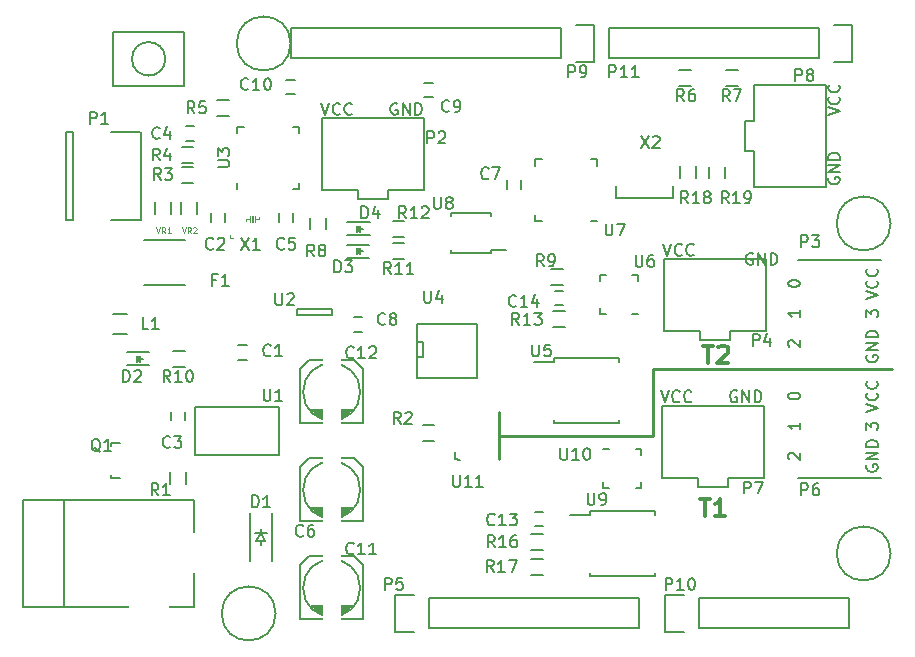
<source format=gto>
G04 #@! TF.FileFunction,Legend,Top*
%FSLAX46Y46*%
G04 Gerber Fmt 4.6, Leading zero omitted, Abs format (unit mm)*
G04 Created by KiCad (PCBNEW 4.0.2-stable) date Fri 17 Jun 2016 01:05:30 PM EDT*
%MOMM*%
G01*
G04 APERTURE LIST*
%ADD10C,0.100000*%
%ADD11C,0.250000*%
%ADD12C,0.150000*%
%ADD13C,0.300000*%
%ADD14C,0.090000*%
%ADD15R,0.700000X0.250000*%
%ADD16R,0.250000X0.700000*%
%ADD17R,1.725000X1.725000*%
%ADD18C,4.064000*%
%ADD19C,0.600000*%
%ADD20R,0.750000X0.800000*%
%ADD21R,0.500000X0.900000*%
%ADD22R,1.727200X1.727200*%
%ADD23O,1.727200X1.727200*%
%ADD24O,0.750000X0.300000*%
%ADD25O,0.300000X0.750000*%
%ADD26R,0.900000X0.900000*%
%ADD27R,1.727200X2.032000*%
%ADD28O,1.727200X2.032000*%
%ADD29R,1.400000X1.200000*%
%ADD30R,0.797560X0.797560*%
%ADD31R,4.100000X0.700000*%
%ADD32R,4.100000X1.000000*%
%ADD33R,0.900000X0.500000*%
%ADD34R,0.800000X0.750000*%
%ADD35R,1.600200X2.999740*%
%ADD36R,3.500120X3.500120*%
%ADD37R,1.600000X1.400000*%
%ADD38R,1.600000X3.500000*%
%ADD39R,0.700000X1.300000*%
%ADD40O,1.600000X1.000000*%
%ADD41R,1.350000X0.400000*%
%ADD42O,1.100000X1.500000*%
%ADD43R,1.500000X1.550000*%
%ADD44R,0.800100X0.800100*%
%ADD45R,1.550000X1.300000*%
%ADD46R,0.508000X1.143000*%
%ADD47R,1.700000X0.650000*%
%ADD48R,1.450000X0.450000*%
%ADD49R,3.657600X2.032000*%
%ADD50R,1.016000X2.032000*%
%ADD51R,0.650000X1.060000*%
%ADD52R,0.398780X0.749300*%
G04 APERTURE END LIST*
D10*
D11*
X159198000Y-108765000D02*
X159198000Y-103165000D01*
D12*
X171498000Y-93865000D02*
X178498000Y-93865000D01*
D13*
X163449143Y-101159571D02*
X164306286Y-101159571D01*
X163877715Y-102659571D02*
X163877715Y-101159571D01*
X164734857Y-101302429D02*
X164806286Y-101231000D01*
X164949143Y-101159571D01*
X165306286Y-101159571D01*
X165449143Y-101231000D01*
X165520572Y-101302429D01*
X165592000Y-101445286D01*
X165592000Y-101588143D01*
X165520572Y-101802429D01*
X164663429Y-102659571D01*
X165592000Y-102659571D01*
X163195143Y-114113571D02*
X164052286Y-114113571D01*
X163623715Y-115613571D02*
X163623715Y-114113571D01*
X165338000Y-115613571D02*
X164480857Y-115613571D01*
X164909429Y-115613571D02*
X164909429Y-114113571D01*
X164766572Y-114327857D01*
X164623714Y-114470714D01*
X164480857Y-114542143D01*
D11*
X146198000Y-106765000D02*
X146198000Y-110765000D01*
X159198000Y-103165000D02*
X179398000Y-103165000D01*
X146198000Y-108765000D02*
X159198000Y-108765000D01*
D12*
X171498000Y-112365000D02*
X178498000Y-112365000D01*
X149251000Y-90635000D02*
X149251000Y-90110000D01*
X154501000Y-85385000D02*
X154501000Y-85910000D01*
X149251000Y-85385000D02*
X149251000Y-85910000D01*
X154501000Y-90635000D02*
X153976000Y-90635000D01*
X154501000Y-85385000D02*
X153976000Y-85385000D01*
X149251000Y-85385000D02*
X149776000Y-85385000D01*
X149251000Y-90635000D02*
X149776000Y-90635000D01*
X179324000Y-118745000D02*
G75*
G03X179324000Y-118745000I-2286000J0D01*
G01*
X148047000Y-87153000D02*
X148047000Y-87853000D01*
X146847000Y-87853000D02*
X146847000Y-87153000D01*
X140698000Y-109240000D02*
X139698000Y-109240000D01*
X139698000Y-107890000D02*
X140698000Y-107890000D01*
X165728000Y-100705000D02*
X165728000Y-99943000D01*
X163188000Y-100705000D02*
X165728000Y-100705000D01*
X163188000Y-99943000D02*
X163188000Y-100705000D01*
X160140000Y-99943000D02*
X163188000Y-99943000D01*
X168776000Y-93847000D02*
X160140000Y-93847000D01*
X168776000Y-99943000D02*
X168776000Y-93847000D01*
X165728000Y-99943000D02*
X168776000Y-99943000D01*
X160140000Y-93847000D02*
X160140000Y-99943000D01*
X154698000Y-98440000D02*
X154698000Y-97940000D01*
X157948000Y-95190000D02*
X157948000Y-95690000D01*
X154698000Y-95190000D02*
X154698000Y-95690000D01*
X157948000Y-98440000D02*
X157448000Y-98440000D01*
X157948000Y-95190000D02*
X157448000Y-95190000D01*
X154698000Y-95190000D02*
X155198000Y-95190000D01*
X154698000Y-98440000D02*
X155198000Y-98440000D01*
X163068000Y-122555000D02*
X175768000Y-122555000D01*
X175768000Y-122555000D02*
X175768000Y-125095000D01*
X175768000Y-125095000D02*
X163068000Y-125095000D01*
X160248000Y-122275000D02*
X161798000Y-122275000D01*
X163068000Y-122555000D02*
X163068000Y-125095000D01*
X161798000Y-125375000D02*
X160248000Y-125375000D01*
X160248000Y-125375000D02*
X160248000Y-122275000D01*
X166958000Y-84635000D02*
X167720000Y-84635000D01*
X166958000Y-82095000D02*
X166958000Y-84635000D01*
X167720000Y-82095000D02*
X166958000Y-82095000D01*
X167720000Y-79047000D02*
X167720000Y-82095000D01*
X173816000Y-87683000D02*
X173816000Y-79047000D01*
X167720000Y-87683000D02*
X173816000Y-87683000D01*
X167720000Y-84635000D02*
X167720000Y-87683000D01*
X173816000Y-79047000D02*
X167720000Y-79047000D01*
X165528000Y-113105000D02*
X165528000Y-112343000D01*
X162988000Y-113105000D02*
X165528000Y-113105000D01*
X162988000Y-112343000D02*
X162988000Y-113105000D01*
X159940000Y-112343000D02*
X162988000Y-112343000D01*
X168576000Y-106247000D02*
X159940000Y-106247000D01*
X168576000Y-112343000D02*
X168576000Y-106247000D01*
X165528000Y-112343000D02*
X168576000Y-112343000D01*
X159940000Y-106247000D02*
X159940000Y-112343000D01*
X136779000Y-88773000D02*
X136779000Y-88011000D01*
X134239000Y-88773000D02*
X136779000Y-88773000D01*
X134239000Y-88011000D02*
X134239000Y-88773000D01*
X131191000Y-88011000D02*
X134239000Y-88011000D01*
X139827000Y-81915000D02*
X131191000Y-81915000D01*
X139827000Y-88011000D02*
X139827000Y-81915000D01*
X136779000Y-88011000D02*
X139827000Y-88011000D01*
X131191000Y-81915000D02*
X131191000Y-88011000D01*
D10*
X123377600Y-92002800D02*
X123377600Y-91748800D01*
X123377600Y-92002800D02*
X123631600Y-92002800D01*
X125257200Y-90174000D02*
X125257200Y-90682000D01*
X125257200Y-90682000D02*
X125358800Y-90682000D01*
X125358800Y-90682000D02*
X125358800Y-90174000D01*
X125358800Y-90174000D02*
X125257200Y-90174000D01*
X125104800Y-90428000D02*
X124749200Y-90428000D01*
X124749200Y-90428000D02*
X124749200Y-90580400D01*
X125562000Y-90428000D02*
X125866800Y-90428000D01*
X125866800Y-90428000D02*
X125866800Y-90275600D01*
X125511200Y-90174000D02*
X125511200Y-90682000D01*
X125104800Y-90174000D02*
X125104800Y-90682000D01*
X125308000Y-90174000D02*
X125308000Y-90682000D01*
D12*
X133310700Y-91789000D02*
X135210700Y-91789000D01*
X133310700Y-90689000D02*
X135210700Y-90689000D01*
X134210700Y-91239000D02*
X134660700Y-91239000D01*
X134160700Y-90989000D02*
X134160700Y-91489000D01*
X134160700Y-91239000D02*
X134410700Y-90989000D01*
X134410700Y-90989000D02*
X134410700Y-91489000D01*
X134410700Y-91489000D02*
X134160700Y-91239000D01*
X158223000Y-109940000D02*
X158223000Y-110440000D01*
X154973000Y-113190000D02*
X154973000Y-112690000D01*
X158223000Y-113190000D02*
X158223000Y-112690000D01*
X154973000Y-109940000D02*
X155473000Y-109940000D01*
X154973000Y-113190000D02*
X155473000Y-113190000D01*
X158223000Y-113190000D02*
X157723000Y-113190000D01*
X158223000Y-109940000D02*
X157723000Y-109940000D01*
X119298000Y-85990000D02*
X120298000Y-85990000D01*
X120298000Y-87340000D02*
X119298000Y-87340000D01*
X160911000Y-88293000D02*
X160911000Y-87658000D01*
X160911000Y-88293000D02*
X160911000Y-88674000D01*
X160898000Y-88674000D02*
X156098000Y-88674000D01*
X156212000Y-88674000D02*
X156085000Y-88674000D01*
X156098000Y-88674000D02*
X156098000Y-87658000D01*
X162873000Y-85965000D02*
X162873000Y-86965000D01*
X161523000Y-86965000D02*
X161523000Y-85965000D01*
X179324000Y-90805000D02*
G75*
G03X179324000Y-90805000I-2286000J0D01*
G01*
X140208000Y-125095000D02*
X157988000Y-125095000D01*
X157988000Y-125095000D02*
X157988000Y-122555000D01*
X157988000Y-122555000D02*
X140208000Y-122555000D01*
X137388000Y-125375000D02*
X138938000Y-125375000D01*
X140208000Y-125095000D02*
X140208000Y-122555000D01*
X138938000Y-122275000D02*
X137388000Y-122275000D01*
X137388000Y-122275000D02*
X137388000Y-125375000D01*
X173228000Y-74295000D02*
X155448000Y-74295000D01*
X155448000Y-74295000D02*
X155448000Y-76835000D01*
X155448000Y-76835000D02*
X173228000Y-76835000D01*
X176048000Y-74015000D02*
X174498000Y-74015000D01*
X173228000Y-74295000D02*
X173228000Y-76835000D01*
X174498000Y-77115000D02*
X176048000Y-77115000D01*
X176048000Y-77115000D02*
X176048000Y-74015000D01*
X124810000Y-102327000D02*
X124110000Y-102327000D01*
X124110000Y-101127000D02*
X124810000Y-101127000D01*
X121786000Y-90661000D02*
X121786000Y-89961000D01*
X122986000Y-89961000D02*
X122986000Y-90661000D01*
X118398000Y-107465000D02*
X118398000Y-106765000D01*
X119598000Y-106765000D02*
X119598000Y-107465000D01*
X120365000Y-83785000D02*
X119665000Y-83785000D01*
X119665000Y-82585000D02*
X120365000Y-82585000D01*
X128736000Y-89961000D02*
X128736000Y-90661000D01*
X127536000Y-90661000D02*
X127536000Y-89961000D01*
X131363000Y-115651000D02*
X132760000Y-115651000D01*
X131109000Y-115524000D02*
X132887000Y-115524000D01*
X130728000Y-115397000D02*
X133268000Y-115397000D01*
X133395000Y-115270000D02*
X130601000Y-115270000D01*
X130474000Y-115143000D02*
X133522000Y-115143000D01*
X133649000Y-115016000D02*
X130347000Y-115016000D01*
X130220000Y-114889000D02*
X133776000Y-114889000D01*
X129331000Y-116032000D02*
X129331000Y-111460000D01*
X129331000Y-111460000D02*
X130093000Y-110698000D01*
X130093000Y-110698000D02*
X133903000Y-110698000D01*
X133903000Y-110698000D02*
X134665000Y-111460000D01*
X134665000Y-111460000D02*
X134665000Y-116032000D01*
X134665000Y-116032000D02*
X129331000Y-116032000D01*
X131998000Y-111206000D02*
X131998000Y-111968000D01*
X131617000Y-111587000D02*
X132379000Y-111587000D01*
X134411000Y-113365000D02*
G75*
G03X134411000Y-113365000I-2413000J0D01*
G01*
X133898000Y-98765000D02*
X134598000Y-98765000D01*
X134598000Y-99965000D02*
X133898000Y-99965000D01*
X139858000Y-78902000D02*
X140558000Y-78902000D01*
X140558000Y-80102000D02*
X139858000Y-80102000D01*
X128174000Y-78648000D02*
X128874000Y-78648000D01*
X128874000Y-79848000D02*
X128174000Y-79848000D01*
X131363000Y-123951360D02*
X132760000Y-123951360D01*
X131109000Y-123824360D02*
X132887000Y-123824360D01*
X130728000Y-123697360D02*
X133268000Y-123697360D01*
X133395000Y-123570360D02*
X130601000Y-123570360D01*
X130474000Y-123443360D02*
X133522000Y-123443360D01*
X133649000Y-123316360D02*
X130347000Y-123316360D01*
X130220000Y-123189360D02*
X133776000Y-123189360D01*
X129331000Y-124332360D02*
X129331000Y-119760360D01*
X129331000Y-119760360D02*
X130093000Y-118998360D01*
X130093000Y-118998360D02*
X133903000Y-118998360D01*
X133903000Y-118998360D02*
X134665000Y-119760360D01*
X134665000Y-119760360D02*
X134665000Y-124332360D01*
X134665000Y-124332360D02*
X129331000Y-124332360D01*
X131998000Y-119506360D02*
X131998000Y-120268360D01*
X131617000Y-119887360D02*
X132379000Y-119887360D01*
X134411000Y-121665360D02*
G75*
G03X134411000Y-121665360I-2413000J0D01*
G01*
X131363000Y-107355640D02*
X132760000Y-107355640D01*
X131109000Y-107228640D02*
X132887000Y-107228640D01*
X130728000Y-107101640D02*
X133268000Y-107101640D01*
X133395000Y-106974640D02*
X130601000Y-106974640D01*
X130474000Y-106847640D02*
X133522000Y-106847640D01*
X133649000Y-106720640D02*
X130347000Y-106720640D01*
X130220000Y-106593640D02*
X133776000Y-106593640D01*
X129331000Y-107736640D02*
X129331000Y-103164640D01*
X129331000Y-103164640D02*
X130093000Y-102402640D01*
X130093000Y-102402640D02*
X133903000Y-102402640D01*
X133903000Y-102402640D02*
X134665000Y-103164640D01*
X134665000Y-103164640D02*
X134665000Y-107736640D01*
X134665000Y-107736640D02*
X129331000Y-107736640D01*
X131998000Y-102910640D02*
X131998000Y-103672640D01*
X131617000Y-103291640D02*
X132379000Y-103291640D01*
X134411000Y-105069640D02*
G75*
G03X134411000Y-105069640I-2413000J0D01*
G01*
X149898000Y-116446000D02*
X149198000Y-116446000D01*
X149198000Y-115246000D02*
X149898000Y-115246000D01*
X150898000Y-96515000D02*
X151598000Y-96515000D01*
X151598000Y-97715000D02*
X150898000Y-97715000D01*
X109336840Y-114244120D02*
X109336840Y-123245880D01*
X105836720Y-114244120D02*
X105836720Y-123245880D01*
X105836720Y-123245880D02*
X120337580Y-123245880D01*
X120337580Y-123245880D02*
X120337580Y-114244120D01*
X120337580Y-114244120D02*
X105836720Y-114244120D01*
X125998000Y-117665500D02*
X125998000Y-118046500D01*
X125998000Y-116649500D02*
X125998000Y-117030500D01*
X125998000Y-117030500D02*
X126379000Y-117665500D01*
X126379000Y-117665500D02*
X125617000Y-117665500D01*
X125617000Y-117665500D02*
X125998000Y-117030500D01*
X126506000Y-117030500D02*
X125490000Y-117030500D01*
X125048000Y-115348000D02*
X125048000Y-119348000D01*
X126948000Y-115348000D02*
X126948000Y-119348000D01*
X114637700Y-102804000D02*
X116537700Y-102804000D01*
X114637700Y-101704000D02*
X116537700Y-101704000D01*
X115537700Y-102254000D02*
X115987700Y-102254000D01*
X115487700Y-102004000D02*
X115487700Y-102504000D01*
X115487700Y-102254000D02*
X115737700Y-102004000D01*
X115737700Y-102004000D02*
X115737700Y-102504000D01*
X115737700Y-102504000D02*
X115487700Y-102254000D01*
X133260000Y-93689000D02*
X135160000Y-93689000D01*
X133260000Y-92589000D02*
X135160000Y-92589000D01*
X134160000Y-93139000D02*
X134610000Y-93139000D01*
X134110000Y-92889000D02*
X134110000Y-93389000D01*
X134110000Y-93139000D02*
X134360000Y-92889000D01*
X134360000Y-92889000D02*
X134360000Y-93389000D01*
X134360000Y-93389000D02*
X134110000Y-93139000D01*
X116128800Y-95986600D02*
X119583200Y-95986600D01*
X116128800Y-92227400D02*
X119583200Y-92227400D01*
X114707000Y-100189000D02*
X113507000Y-100189000D01*
X113507000Y-98439000D02*
X114707000Y-98439000D01*
X109474000Y-90487500D02*
X110109000Y-90487500D01*
X110109000Y-83058000D02*
X109474000Y-83058000D01*
X113284000Y-83058000D02*
X115760500Y-83058000D01*
X115824000Y-90487500D02*
X113284000Y-90487500D01*
X110109000Y-90487500D02*
X110109000Y-83058000D01*
X115824000Y-90487500D02*
X115824000Y-83058000D01*
X109474000Y-83058000D02*
X109474000Y-90487500D01*
X113347760Y-109565840D02*
X113347760Y-109614100D01*
X114048800Y-112364820D02*
X113347760Y-112364820D01*
X113347760Y-112364820D02*
X113347760Y-112115900D01*
X113347760Y-109565840D02*
X113347760Y-109365180D01*
X113347760Y-109365180D02*
X114048800Y-109365180D01*
X118323000Y-112865000D02*
X118323000Y-111865000D01*
X119673000Y-111865000D02*
X119673000Y-112865000D01*
X120298000Y-85690000D02*
X119298000Y-85690000D01*
X119298000Y-84340000D02*
X120298000Y-84340000D01*
X123297000Y-81701000D02*
X122297000Y-81701000D01*
X122297000Y-80351000D02*
X123297000Y-80351000D01*
X161413000Y-77811000D02*
X162413000Y-77811000D01*
X162413000Y-79161000D02*
X161413000Y-79161000D01*
X166362000Y-79161000D02*
X165362000Y-79161000D01*
X165362000Y-77811000D02*
X166362000Y-77811000D01*
X130135000Y-91305000D02*
X130135000Y-90305000D01*
X131485000Y-90305000D02*
X131485000Y-91305000D01*
X151598000Y-96040000D02*
X150598000Y-96040000D01*
X150598000Y-94690000D02*
X151598000Y-94690000D01*
X119552000Y-102929000D02*
X118552000Y-102929000D01*
X118552000Y-101579000D02*
X119552000Y-101579000D01*
X137160000Y-92464000D02*
X138160000Y-92464000D01*
X138160000Y-93814000D02*
X137160000Y-93814000D01*
X137160000Y-90564000D02*
X138160000Y-90564000D01*
X138160000Y-91914000D02*
X137160000Y-91914000D01*
X151757000Y-99608000D02*
X150757000Y-99608000D01*
X150757000Y-98258000D02*
X151757000Y-98258000D01*
X148898000Y-117090000D02*
X149898000Y-117090000D01*
X149898000Y-118440000D02*
X148898000Y-118440000D01*
X149898000Y-120540000D02*
X148898000Y-120540000D01*
X148898000Y-119190000D02*
X149898000Y-119190000D01*
X163917000Y-86987000D02*
X163917000Y-85987000D01*
X165267000Y-85987000D02*
X165267000Y-86987000D01*
X117912214Y-76865000D02*
G75*
G03X117912214Y-76865000I-1414214J0D01*
G01*
X113498000Y-74565000D02*
X119498000Y-74565000D01*
X113498000Y-74565000D02*
X113498000Y-79165000D01*
X119498000Y-79165000D02*
X113498000Y-79165000D01*
X119498000Y-79165000D02*
X119498000Y-74565000D01*
X139258000Y-99279000D02*
X144338000Y-99279000D01*
X144338000Y-99279000D02*
X144338000Y-103851000D01*
X144338000Y-103851000D02*
X139258000Y-103851000D01*
X139258000Y-103851000D02*
X139258000Y-99279000D01*
X139258000Y-100803000D02*
X139766000Y-100803000D01*
X139766000Y-100803000D02*
X139766000Y-102073000D01*
X139766000Y-102073000D02*
X139258000Y-102073000D01*
X150848000Y-102210000D02*
X150848000Y-102510000D01*
X156348000Y-102210000D02*
X156348000Y-102510000D01*
X156348000Y-107720000D02*
X156348000Y-107420000D01*
X150848000Y-107720000D02*
X150848000Y-107420000D01*
X150848000Y-102210000D02*
X156348000Y-102210000D01*
X150848000Y-107720000D02*
X156348000Y-107720000D01*
X150848000Y-102510000D02*
X149098000Y-102510000D01*
X145473000Y-93265000D02*
X145473000Y-93015000D01*
X142123000Y-93265000D02*
X142123000Y-93015000D01*
X142123000Y-89915000D02*
X142123000Y-90165000D01*
X145473000Y-89915000D02*
X145473000Y-90165000D01*
X145473000Y-93265000D02*
X142123000Y-93265000D01*
X145473000Y-89915000D02*
X142123000Y-89915000D01*
X145473000Y-93015000D02*
X146723000Y-93015000D01*
X153898000Y-115175000D02*
X153898000Y-115475000D01*
X159398000Y-115175000D02*
X159398000Y-115475000D01*
X159398000Y-120685000D02*
X159398000Y-120385000D01*
X153898000Y-120685000D02*
X153898000Y-120385000D01*
X153898000Y-115175000D02*
X159398000Y-115175000D01*
X153898000Y-120685000D02*
X159398000Y-120685000D01*
X153898000Y-115475000D02*
X152148000Y-115475000D01*
X117073000Y-90015000D02*
X117073000Y-89015000D01*
X118423000Y-89015000D02*
X118423000Y-90015000D01*
X119223000Y-90015000D02*
X119223000Y-89015000D01*
X120573000Y-89015000D02*
X120573000Y-90015000D01*
X151384000Y-74295000D02*
X128524000Y-74295000D01*
X128524000Y-74295000D02*
X128524000Y-76835000D01*
X128524000Y-76835000D02*
X151384000Y-76835000D01*
X154204000Y-74015000D02*
X152654000Y-74015000D01*
X151384000Y-74295000D02*
X151384000Y-76835000D01*
X152654000Y-77115000D02*
X154204000Y-77115000D01*
X154204000Y-77115000D02*
X154204000Y-74015000D01*
X128524000Y-75565000D02*
G75*
G03X128524000Y-75565000I-2286000J0D01*
G01*
X127254000Y-123825000D02*
G75*
G03X127254000Y-123825000I-2286000J0D01*
G01*
X120442000Y-106333000D02*
X120442000Y-110397000D01*
X127554000Y-106333000D02*
X120442000Y-106333000D01*
X127554000Y-110397000D02*
X127554000Y-106333000D01*
X120442000Y-110397000D02*
X127554000Y-110397000D01*
X131998000Y-98515000D02*
X131998000Y-98015000D01*
X129098000Y-98515000D02*
X131998000Y-98515000D01*
X129098000Y-98015000D02*
X129098000Y-98515000D01*
X131998000Y-98015000D02*
X129098000Y-98015000D01*
X142416800Y-110175820D02*
X142416800Y-110785420D01*
X142416800Y-110785420D02*
X142848600Y-110795580D01*
X124015500Y-82632500D02*
X124540500Y-82632500D01*
X129265500Y-87882500D02*
X128740500Y-87882500D01*
X129265500Y-82632500D02*
X128740500Y-82632500D01*
X124015500Y-87882500D02*
X124015500Y-87357500D01*
X129265500Y-87882500D02*
X129265500Y-87357500D01*
X129265500Y-82632500D02*
X129265500Y-83157500D01*
X124015500Y-82632500D02*
X124015500Y-83157500D01*
X155194095Y-90817381D02*
X155194095Y-91626905D01*
X155241714Y-91722143D01*
X155289333Y-91769762D01*
X155384571Y-91817381D01*
X155575048Y-91817381D01*
X155670286Y-91769762D01*
X155717905Y-91722143D01*
X155765524Y-91626905D01*
X155765524Y-90817381D01*
X156146476Y-90817381D02*
X156813143Y-90817381D01*
X156384571Y-91817381D01*
X145280334Y-86970143D02*
X145232715Y-87017762D01*
X145089858Y-87065381D01*
X144994620Y-87065381D01*
X144851762Y-87017762D01*
X144756524Y-86922524D01*
X144708905Y-86827286D01*
X144661286Y-86636810D01*
X144661286Y-86493952D01*
X144708905Y-86303476D01*
X144756524Y-86208238D01*
X144851762Y-86113000D01*
X144994620Y-86065381D01*
X145089858Y-86065381D01*
X145232715Y-86113000D01*
X145280334Y-86160619D01*
X145613667Y-86065381D02*
X146280334Y-86065381D01*
X145851762Y-87065381D01*
X137831334Y-107767381D02*
X137498000Y-107291190D01*
X137259905Y-107767381D02*
X137259905Y-106767381D01*
X137640858Y-106767381D01*
X137736096Y-106815000D01*
X137783715Y-106862619D01*
X137831334Y-106957857D01*
X137831334Y-107100714D01*
X137783715Y-107195952D01*
X137736096Y-107243571D01*
X137640858Y-107291190D01*
X137259905Y-107291190D01*
X138212286Y-106862619D02*
X138259905Y-106815000D01*
X138355143Y-106767381D01*
X138593239Y-106767381D01*
X138688477Y-106815000D01*
X138736096Y-106862619D01*
X138783715Y-106957857D01*
X138783715Y-107053095D01*
X138736096Y-107195952D01*
X138164667Y-107767381D01*
X138783715Y-107767381D01*
X167663905Y-101163381D02*
X167663905Y-100163381D01*
X168044858Y-100163381D01*
X168140096Y-100211000D01*
X168187715Y-100258619D01*
X168235334Y-100353857D01*
X168235334Y-100496714D01*
X168187715Y-100591952D01*
X168140096Y-100639571D01*
X168044858Y-100687190D01*
X167663905Y-100687190D01*
X169092477Y-100496714D02*
X169092477Y-101163381D01*
X168854381Y-100115762D02*
X168616286Y-100830048D01*
X169235334Y-100830048D01*
X167640096Y-93353000D02*
X167544858Y-93305381D01*
X167402001Y-93305381D01*
X167259143Y-93353000D01*
X167163905Y-93448238D01*
X167116286Y-93543476D01*
X167068667Y-93733952D01*
X167068667Y-93876810D01*
X167116286Y-94067286D01*
X167163905Y-94162524D01*
X167259143Y-94257762D01*
X167402001Y-94305381D01*
X167497239Y-94305381D01*
X167640096Y-94257762D01*
X167687715Y-94210143D01*
X167687715Y-93876810D01*
X167497239Y-93876810D01*
X168116286Y-94305381D02*
X168116286Y-93305381D01*
X168687715Y-94305381D01*
X168687715Y-93305381D01*
X169163905Y-94305381D02*
X169163905Y-93305381D01*
X169402000Y-93305381D01*
X169544858Y-93353000D01*
X169640096Y-93448238D01*
X169687715Y-93543476D01*
X169735334Y-93733952D01*
X169735334Y-93876810D01*
X169687715Y-94067286D01*
X169640096Y-94162524D01*
X169544858Y-94257762D01*
X169402000Y-94305381D01*
X169163905Y-94305381D01*
X160076667Y-92537381D02*
X160410000Y-93537381D01*
X160743334Y-92537381D01*
X161648096Y-93442143D02*
X161600477Y-93489762D01*
X161457620Y-93537381D01*
X161362382Y-93537381D01*
X161219524Y-93489762D01*
X161124286Y-93394524D01*
X161076667Y-93299286D01*
X161029048Y-93108810D01*
X161029048Y-92965952D01*
X161076667Y-92775476D01*
X161124286Y-92680238D01*
X161219524Y-92585000D01*
X161362382Y-92537381D01*
X161457620Y-92537381D01*
X161600477Y-92585000D01*
X161648096Y-92632619D01*
X162648096Y-93442143D02*
X162600477Y-93489762D01*
X162457620Y-93537381D01*
X162362382Y-93537381D01*
X162219524Y-93489762D01*
X162124286Y-93394524D01*
X162076667Y-93299286D01*
X162029048Y-93108810D01*
X162029048Y-92965952D01*
X162076667Y-92775476D01*
X162124286Y-92680238D01*
X162219524Y-92585000D01*
X162362382Y-92537381D01*
X162457620Y-92537381D01*
X162600477Y-92585000D01*
X162648096Y-92632619D01*
X157736095Y-93467381D02*
X157736095Y-94276905D01*
X157783714Y-94372143D01*
X157831333Y-94419762D01*
X157926571Y-94467381D01*
X158117048Y-94467381D01*
X158212286Y-94419762D01*
X158259905Y-94372143D01*
X158307524Y-94276905D01*
X158307524Y-93467381D01*
X159212286Y-93467381D02*
X159021809Y-93467381D01*
X158926571Y-93515000D01*
X158878952Y-93562619D01*
X158783714Y-93705476D01*
X158736095Y-93895952D01*
X158736095Y-94276905D01*
X158783714Y-94372143D01*
X158831333Y-94419762D01*
X158926571Y-94467381D01*
X159117048Y-94467381D01*
X159212286Y-94419762D01*
X159259905Y-94372143D01*
X159307524Y-94276905D01*
X159307524Y-94038810D01*
X159259905Y-93943571D01*
X159212286Y-93895952D01*
X159117048Y-93848333D01*
X158926571Y-93848333D01*
X158831333Y-93895952D01*
X158783714Y-93943571D01*
X158736095Y-94038810D01*
X160283714Y-121817381D02*
X160283714Y-120817381D01*
X160664667Y-120817381D01*
X160759905Y-120865000D01*
X160807524Y-120912619D01*
X160855143Y-121007857D01*
X160855143Y-121150714D01*
X160807524Y-121245952D01*
X160759905Y-121293571D01*
X160664667Y-121341190D01*
X160283714Y-121341190D01*
X161807524Y-121817381D02*
X161236095Y-121817381D01*
X161521809Y-121817381D02*
X161521809Y-120817381D01*
X161426571Y-120960238D01*
X161331333Y-121055476D01*
X161236095Y-121103095D01*
X162426571Y-120817381D02*
X162521810Y-120817381D01*
X162617048Y-120865000D01*
X162664667Y-120912619D01*
X162712286Y-121007857D01*
X162759905Y-121198333D01*
X162759905Y-121436429D01*
X162712286Y-121626905D01*
X162664667Y-121722143D01*
X162617048Y-121769762D01*
X162521810Y-121817381D01*
X162426571Y-121817381D01*
X162331333Y-121769762D01*
X162283714Y-121722143D01*
X162236095Y-121626905D01*
X162188476Y-121436429D01*
X162188476Y-121198333D01*
X162236095Y-121007857D01*
X162283714Y-120912619D01*
X162331333Y-120865000D01*
X162426571Y-120817381D01*
X171259905Y-78737381D02*
X171259905Y-77737381D01*
X171640858Y-77737381D01*
X171736096Y-77785000D01*
X171783715Y-77832619D01*
X171831334Y-77927857D01*
X171831334Y-78070714D01*
X171783715Y-78165952D01*
X171736096Y-78213571D01*
X171640858Y-78261190D01*
X171259905Y-78261190D01*
X172402762Y-78165952D02*
X172307524Y-78118333D01*
X172259905Y-78070714D01*
X172212286Y-77975476D01*
X172212286Y-77927857D01*
X172259905Y-77832619D01*
X172307524Y-77785000D01*
X172402762Y-77737381D01*
X172593239Y-77737381D01*
X172688477Y-77785000D01*
X172736096Y-77832619D01*
X172783715Y-77927857D01*
X172783715Y-77975476D01*
X172736096Y-78070714D01*
X172688477Y-78118333D01*
X172593239Y-78165952D01*
X172402762Y-78165952D01*
X172307524Y-78213571D01*
X172259905Y-78261190D01*
X172212286Y-78356429D01*
X172212286Y-78546905D01*
X172259905Y-78642143D01*
X172307524Y-78689762D01*
X172402762Y-78737381D01*
X172593239Y-78737381D01*
X172688477Y-78689762D01*
X172736096Y-78642143D01*
X172783715Y-78546905D01*
X172783715Y-78356429D01*
X172736096Y-78261190D01*
X172688477Y-78213571D01*
X172593239Y-78165952D01*
X174078000Y-86920904D02*
X174030381Y-87016142D01*
X174030381Y-87158999D01*
X174078000Y-87301857D01*
X174173238Y-87397095D01*
X174268476Y-87444714D01*
X174458952Y-87492333D01*
X174601810Y-87492333D01*
X174792286Y-87444714D01*
X174887524Y-87397095D01*
X174982762Y-87301857D01*
X175030381Y-87158999D01*
X175030381Y-87063761D01*
X174982762Y-86920904D01*
X174935143Y-86873285D01*
X174601810Y-86873285D01*
X174601810Y-87063761D01*
X175030381Y-86444714D02*
X174030381Y-86444714D01*
X175030381Y-85873285D01*
X174030381Y-85873285D01*
X175030381Y-85397095D02*
X174030381Y-85397095D01*
X174030381Y-85159000D01*
X174078000Y-85016142D01*
X174173238Y-84920904D01*
X174268476Y-84873285D01*
X174458952Y-84825666D01*
X174601810Y-84825666D01*
X174792286Y-84873285D01*
X174887524Y-84920904D01*
X174982762Y-85016142D01*
X175030381Y-85159000D01*
X175030381Y-85397095D01*
X174030381Y-81650333D02*
X175030381Y-81317000D01*
X174030381Y-80983666D01*
X174935143Y-80078904D02*
X174982762Y-80126523D01*
X175030381Y-80269380D01*
X175030381Y-80364618D01*
X174982762Y-80507476D01*
X174887524Y-80602714D01*
X174792286Y-80650333D01*
X174601810Y-80697952D01*
X174458952Y-80697952D01*
X174268476Y-80650333D01*
X174173238Y-80602714D01*
X174078000Y-80507476D01*
X174030381Y-80364618D01*
X174030381Y-80269380D01*
X174078000Y-80126523D01*
X174125619Y-80078904D01*
X174935143Y-79078904D02*
X174982762Y-79126523D01*
X175030381Y-79269380D01*
X175030381Y-79364618D01*
X174982762Y-79507476D01*
X174887524Y-79602714D01*
X174792286Y-79650333D01*
X174601810Y-79697952D01*
X174458952Y-79697952D01*
X174268476Y-79650333D01*
X174173238Y-79602714D01*
X174078000Y-79507476D01*
X174030381Y-79364618D01*
X174030381Y-79269380D01*
X174078000Y-79126523D01*
X174125619Y-79078904D01*
X166929905Y-113667381D02*
X166929905Y-112667381D01*
X167310858Y-112667381D01*
X167406096Y-112715000D01*
X167453715Y-112762619D01*
X167501334Y-112857857D01*
X167501334Y-113000714D01*
X167453715Y-113095952D01*
X167406096Y-113143571D01*
X167310858Y-113191190D01*
X166929905Y-113191190D01*
X167834667Y-112667381D02*
X168501334Y-112667381D01*
X168072762Y-113667381D01*
X166290096Y-104985000D02*
X166194858Y-104937381D01*
X166052001Y-104937381D01*
X165909143Y-104985000D01*
X165813905Y-105080238D01*
X165766286Y-105175476D01*
X165718667Y-105365952D01*
X165718667Y-105508810D01*
X165766286Y-105699286D01*
X165813905Y-105794524D01*
X165909143Y-105889762D01*
X166052001Y-105937381D01*
X166147239Y-105937381D01*
X166290096Y-105889762D01*
X166337715Y-105842143D01*
X166337715Y-105508810D01*
X166147239Y-105508810D01*
X166766286Y-105937381D02*
X166766286Y-104937381D01*
X167337715Y-105937381D01*
X167337715Y-104937381D01*
X167813905Y-105937381D02*
X167813905Y-104937381D01*
X168052000Y-104937381D01*
X168194858Y-104985000D01*
X168290096Y-105080238D01*
X168337715Y-105175476D01*
X168385334Y-105365952D01*
X168385334Y-105508810D01*
X168337715Y-105699286D01*
X168290096Y-105794524D01*
X168194858Y-105889762D01*
X168052000Y-105937381D01*
X167813905Y-105937381D01*
X159876667Y-104937381D02*
X160210000Y-105937381D01*
X160543334Y-104937381D01*
X161448096Y-105842143D02*
X161400477Y-105889762D01*
X161257620Y-105937381D01*
X161162382Y-105937381D01*
X161019524Y-105889762D01*
X160924286Y-105794524D01*
X160876667Y-105699286D01*
X160829048Y-105508810D01*
X160829048Y-105365952D01*
X160876667Y-105175476D01*
X160924286Y-105080238D01*
X161019524Y-104985000D01*
X161162382Y-104937381D01*
X161257620Y-104937381D01*
X161400477Y-104985000D01*
X161448096Y-105032619D01*
X162448096Y-105842143D02*
X162400477Y-105889762D01*
X162257620Y-105937381D01*
X162162382Y-105937381D01*
X162019524Y-105889762D01*
X161924286Y-105794524D01*
X161876667Y-105699286D01*
X161829048Y-105508810D01*
X161829048Y-105365952D01*
X161876667Y-105175476D01*
X161924286Y-105080238D01*
X162019524Y-104985000D01*
X162162382Y-104937381D01*
X162257620Y-104937381D01*
X162400477Y-104985000D01*
X162448096Y-105032619D01*
X140104905Y-84018381D02*
X140104905Y-83018381D01*
X140485858Y-83018381D01*
X140581096Y-83066000D01*
X140628715Y-83113619D01*
X140676334Y-83208857D01*
X140676334Y-83351714D01*
X140628715Y-83446952D01*
X140581096Y-83494571D01*
X140485858Y-83542190D01*
X140104905Y-83542190D01*
X141057286Y-83113619D02*
X141104905Y-83066000D01*
X141200143Y-83018381D01*
X141438239Y-83018381D01*
X141533477Y-83066000D01*
X141581096Y-83113619D01*
X141628715Y-83208857D01*
X141628715Y-83304095D01*
X141581096Y-83446952D01*
X141009667Y-84018381D01*
X141628715Y-84018381D01*
X137541096Y-80653000D02*
X137445858Y-80605381D01*
X137303001Y-80605381D01*
X137160143Y-80653000D01*
X137064905Y-80748238D01*
X137017286Y-80843476D01*
X136969667Y-81033952D01*
X136969667Y-81176810D01*
X137017286Y-81367286D01*
X137064905Y-81462524D01*
X137160143Y-81557762D01*
X137303001Y-81605381D01*
X137398239Y-81605381D01*
X137541096Y-81557762D01*
X137588715Y-81510143D01*
X137588715Y-81176810D01*
X137398239Y-81176810D01*
X138017286Y-81605381D02*
X138017286Y-80605381D01*
X138588715Y-81605381D01*
X138588715Y-80605381D01*
X139064905Y-81605381D02*
X139064905Y-80605381D01*
X139303000Y-80605381D01*
X139445858Y-80653000D01*
X139541096Y-80748238D01*
X139588715Y-80843476D01*
X139636334Y-81033952D01*
X139636334Y-81176810D01*
X139588715Y-81367286D01*
X139541096Y-81462524D01*
X139445858Y-81557762D01*
X139303000Y-81605381D01*
X139064905Y-81605381D01*
X131127667Y-80605381D02*
X131461000Y-81605381D01*
X131794334Y-80605381D01*
X132699096Y-81510143D02*
X132651477Y-81557762D01*
X132508620Y-81605381D01*
X132413382Y-81605381D01*
X132270524Y-81557762D01*
X132175286Y-81462524D01*
X132127667Y-81367286D01*
X132080048Y-81176810D01*
X132080048Y-81033952D01*
X132127667Y-80843476D01*
X132175286Y-80748238D01*
X132270524Y-80653000D01*
X132413382Y-80605381D01*
X132508620Y-80605381D01*
X132651477Y-80653000D01*
X132699096Y-80700619D01*
X133699096Y-81510143D02*
X133651477Y-81557762D01*
X133508620Y-81605381D01*
X133413382Y-81605381D01*
X133270524Y-81557762D01*
X133175286Y-81462524D01*
X133127667Y-81367286D01*
X133080048Y-81176810D01*
X133080048Y-81033952D01*
X133127667Y-80843476D01*
X133175286Y-80748238D01*
X133270524Y-80653000D01*
X133413382Y-80605381D01*
X133508620Y-80605381D01*
X133651477Y-80653000D01*
X133699096Y-80700619D01*
X124326476Y-92013381D02*
X124993143Y-93013381D01*
X124993143Y-92013381D02*
X124326476Y-93013381D01*
X125897905Y-93013381D02*
X125326476Y-93013381D01*
X125612190Y-93013381D02*
X125612190Y-92013381D01*
X125516952Y-92156238D01*
X125421714Y-92251476D01*
X125326476Y-92299095D01*
X134516905Y-90368381D02*
X134516905Y-89368381D01*
X134755000Y-89368381D01*
X134897858Y-89416000D01*
X134993096Y-89511238D01*
X135040715Y-89606476D01*
X135088334Y-89796952D01*
X135088334Y-89939810D01*
X135040715Y-90130286D01*
X134993096Y-90225524D01*
X134897858Y-90320762D01*
X134755000Y-90368381D01*
X134516905Y-90368381D01*
X135945477Y-89701714D02*
X135945477Y-90368381D01*
X135707381Y-89320762D02*
X135469286Y-90035048D01*
X136088334Y-90035048D01*
X151359905Y-109817381D02*
X151359905Y-110626905D01*
X151407524Y-110722143D01*
X151455143Y-110769762D01*
X151550381Y-110817381D01*
X151740858Y-110817381D01*
X151836096Y-110769762D01*
X151883715Y-110722143D01*
X151931334Y-110626905D01*
X151931334Y-109817381D01*
X152931334Y-110817381D02*
X152359905Y-110817381D01*
X152645619Y-110817381D02*
X152645619Y-109817381D01*
X152550381Y-109960238D01*
X152455143Y-110055476D01*
X152359905Y-110103095D01*
X153550381Y-109817381D02*
X153645620Y-109817381D01*
X153740858Y-109865000D01*
X153788477Y-109912619D01*
X153836096Y-110007857D01*
X153883715Y-110198333D01*
X153883715Y-110436429D01*
X153836096Y-110626905D01*
X153788477Y-110722143D01*
X153740858Y-110769762D01*
X153645620Y-110817381D01*
X153550381Y-110817381D01*
X153455143Y-110769762D01*
X153407524Y-110722143D01*
X153359905Y-110626905D01*
X153312286Y-110436429D01*
X153312286Y-110198333D01*
X153359905Y-110007857D01*
X153407524Y-109912619D01*
X153455143Y-109865000D01*
X153550381Y-109817381D01*
X117531334Y-87117381D02*
X117198000Y-86641190D01*
X116959905Y-87117381D02*
X116959905Y-86117381D01*
X117340858Y-86117381D01*
X117436096Y-86165000D01*
X117483715Y-86212619D01*
X117531334Y-86307857D01*
X117531334Y-86450714D01*
X117483715Y-86545952D01*
X117436096Y-86593571D01*
X117340858Y-86641190D01*
X116959905Y-86641190D01*
X117864667Y-86117381D02*
X118483715Y-86117381D01*
X118150381Y-86498333D01*
X118293239Y-86498333D01*
X118388477Y-86545952D01*
X118436096Y-86593571D01*
X118483715Y-86688810D01*
X118483715Y-86926905D01*
X118436096Y-87022143D01*
X118388477Y-87069762D01*
X118293239Y-87117381D01*
X118007524Y-87117381D01*
X117912286Y-87069762D01*
X117864667Y-87022143D01*
X158188476Y-83417381D02*
X158855143Y-84417381D01*
X158855143Y-83417381D02*
X158188476Y-84417381D01*
X159188476Y-83512619D02*
X159236095Y-83465000D01*
X159331333Y-83417381D01*
X159569429Y-83417381D01*
X159664667Y-83465000D01*
X159712286Y-83512619D01*
X159759905Y-83607857D01*
X159759905Y-83703095D01*
X159712286Y-83845952D01*
X159140857Y-84417381D01*
X159759905Y-84417381D01*
X162171143Y-89098381D02*
X161837809Y-88622190D01*
X161599714Y-89098381D02*
X161599714Y-88098381D01*
X161980667Y-88098381D01*
X162075905Y-88146000D01*
X162123524Y-88193619D01*
X162171143Y-88288857D01*
X162171143Y-88431714D01*
X162123524Y-88526952D01*
X162075905Y-88574571D01*
X161980667Y-88622190D01*
X161599714Y-88622190D01*
X163123524Y-89098381D02*
X162552095Y-89098381D01*
X162837809Y-89098381D02*
X162837809Y-88098381D01*
X162742571Y-88241238D01*
X162647333Y-88336476D01*
X162552095Y-88384095D01*
X163694952Y-88526952D02*
X163599714Y-88479333D01*
X163552095Y-88431714D01*
X163504476Y-88336476D01*
X163504476Y-88288857D01*
X163552095Y-88193619D01*
X163599714Y-88146000D01*
X163694952Y-88098381D01*
X163885429Y-88098381D01*
X163980667Y-88146000D01*
X164028286Y-88193619D01*
X164075905Y-88288857D01*
X164075905Y-88336476D01*
X164028286Y-88431714D01*
X163980667Y-88479333D01*
X163885429Y-88526952D01*
X163694952Y-88526952D01*
X163599714Y-88574571D01*
X163552095Y-88622190D01*
X163504476Y-88717429D01*
X163504476Y-88907905D01*
X163552095Y-89003143D01*
X163599714Y-89050762D01*
X163694952Y-89098381D01*
X163885429Y-89098381D01*
X163980667Y-89050762D01*
X164028286Y-89003143D01*
X164075905Y-88907905D01*
X164075905Y-88717429D01*
X164028286Y-88622190D01*
X163980667Y-88574571D01*
X163885429Y-88526952D01*
X136509905Y-121817381D02*
X136509905Y-120817381D01*
X136890858Y-120817381D01*
X136986096Y-120865000D01*
X137033715Y-120912619D01*
X137081334Y-121007857D01*
X137081334Y-121150714D01*
X137033715Y-121245952D01*
X136986096Y-121293571D01*
X136890858Y-121341190D01*
X136509905Y-121341190D01*
X137986096Y-120817381D02*
X137509905Y-120817381D01*
X137462286Y-121293571D01*
X137509905Y-121245952D01*
X137605143Y-121198333D01*
X137843239Y-121198333D01*
X137938477Y-121245952D01*
X137986096Y-121293571D01*
X138033715Y-121388810D01*
X138033715Y-121626905D01*
X137986096Y-121722143D01*
X137938477Y-121769762D01*
X137843239Y-121817381D01*
X137605143Y-121817381D01*
X137509905Y-121769762D01*
X137462286Y-121722143D01*
X155503714Y-78430381D02*
X155503714Y-77430381D01*
X155884667Y-77430381D01*
X155979905Y-77478000D01*
X156027524Y-77525619D01*
X156075143Y-77620857D01*
X156075143Y-77763714D01*
X156027524Y-77858952D01*
X155979905Y-77906571D01*
X155884667Y-77954190D01*
X155503714Y-77954190D01*
X157027524Y-78430381D02*
X156456095Y-78430381D01*
X156741809Y-78430381D02*
X156741809Y-77430381D01*
X156646571Y-77573238D01*
X156551333Y-77668476D01*
X156456095Y-77716095D01*
X157979905Y-78430381D02*
X157408476Y-78430381D01*
X157694190Y-78430381D02*
X157694190Y-77430381D01*
X157598952Y-77573238D01*
X157503714Y-77668476D01*
X157408476Y-77716095D01*
X126833334Y-101957143D02*
X126785715Y-102004762D01*
X126642858Y-102052381D01*
X126547620Y-102052381D01*
X126404762Y-102004762D01*
X126309524Y-101909524D01*
X126261905Y-101814286D01*
X126214286Y-101623810D01*
X126214286Y-101480952D01*
X126261905Y-101290476D01*
X126309524Y-101195238D01*
X126404762Y-101100000D01*
X126547620Y-101052381D01*
X126642858Y-101052381D01*
X126785715Y-101100000D01*
X126833334Y-101147619D01*
X127785715Y-102052381D02*
X127214286Y-102052381D01*
X127500000Y-102052381D02*
X127500000Y-101052381D01*
X127404762Y-101195238D01*
X127309524Y-101290476D01*
X127214286Y-101338095D01*
X121969334Y-92918143D02*
X121921715Y-92965762D01*
X121778858Y-93013381D01*
X121683620Y-93013381D01*
X121540762Y-92965762D01*
X121445524Y-92870524D01*
X121397905Y-92775286D01*
X121350286Y-92584810D01*
X121350286Y-92441952D01*
X121397905Y-92251476D01*
X121445524Y-92156238D01*
X121540762Y-92061000D01*
X121683620Y-92013381D01*
X121778858Y-92013381D01*
X121921715Y-92061000D01*
X121969334Y-92108619D01*
X122350286Y-92108619D02*
X122397905Y-92061000D01*
X122493143Y-92013381D01*
X122731239Y-92013381D01*
X122826477Y-92061000D01*
X122874096Y-92108619D01*
X122921715Y-92203857D01*
X122921715Y-92299095D01*
X122874096Y-92441952D01*
X122302667Y-93013381D01*
X122921715Y-93013381D01*
X118331334Y-109722143D02*
X118283715Y-109769762D01*
X118140858Y-109817381D01*
X118045620Y-109817381D01*
X117902762Y-109769762D01*
X117807524Y-109674524D01*
X117759905Y-109579286D01*
X117712286Y-109388810D01*
X117712286Y-109245952D01*
X117759905Y-109055476D01*
X117807524Y-108960238D01*
X117902762Y-108865000D01*
X118045620Y-108817381D01*
X118140858Y-108817381D01*
X118283715Y-108865000D01*
X118331334Y-108912619D01*
X118664667Y-108817381D02*
X119283715Y-108817381D01*
X118950381Y-109198333D01*
X119093239Y-109198333D01*
X119188477Y-109245952D01*
X119236096Y-109293571D01*
X119283715Y-109388810D01*
X119283715Y-109626905D01*
X119236096Y-109722143D01*
X119188477Y-109769762D01*
X119093239Y-109817381D01*
X118807524Y-109817381D01*
X118712286Y-109769762D01*
X118664667Y-109722143D01*
X117435334Y-83542143D02*
X117387715Y-83589762D01*
X117244858Y-83637381D01*
X117149620Y-83637381D01*
X117006762Y-83589762D01*
X116911524Y-83494524D01*
X116863905Y-83399286D01*
X116816286Y-83208810D01*
X116816286Y-83065952D01*
X116863905Y-82875476D01*
X116911524Y-82780238D01*
X117006762Y-82685000D01*
X117149620Y-82637381D01*
X117244858Y-82637381D01*
X117387715Y-82685000D01*
X117435334Y-82732619D01*
X118292477Y-82970714D02*
X118292477Y-83637381D01*
X118054381Y-82589762D02*
X117816286Y-83304048D01*
X118435334Y-83304048D01*
X127969334Y-92918143D02*
X127921715Y-92965762D01*
X127778858Y-93013381D01*
X127683620Y-93013381D01*
X127540762Y-92965762D01*
X127445524Y-92870524D01*
X127397905Y-92775286D01*
X127350286Y-92584810D01*
X127350286Y-92441952D01*
X127397905Y-92251476D01*
X127445524Y-92156238D01*
X127540762Y-92061000D01*
X127683620Y-92013381D01*
X127778858Y-92013381D01*
X127921715Y-92061000D01*
X127969334Y-92108619D01*
X128874096Y-92013381D02*
X128397905Y-92013381D01*
X128350286Y-92489571D01*
X128397905Y-92441952D01*
X128493143Y-92394333D01*
X128731239Y-92394333D01*
X128826477Y-92441952D01*
X128874096Y-92489571D01*
X128921715Y-92584810D01*
X128921715Y-92822905D01*
X128874096Y-92918143D01*
X128826477Y-92965762D01*
X128731239Y-93013381D01*
X128493143Y-93013381D01*
X128397905Y-92965762D01*
X128350286Y-92918143D01*
X129581334Y-117222143D02*
X129533715Y-117269762D01*
X129390858Y-117317381D01*
X129295620Y-117317381D01*
X129152762Y-117269762D01*
X129057524Y-117174524D01*
X129009905Y-117079286D01*
X128962286Y-116888810D01*
X128962286Y-116745952D01*
X129009905Y-116555476D01*
X129057524Y-116460238D01*
X129152762Y-116365000D01*
X129295620Y-116317381D01*
X129390858Y-116317381D01*
X129533715Y-116365000D01*
X129581334Y-116412619D01*
X130438477Y-116317381D02*
X130248000Y-116317381D01*
X130152762Y-116365000D01*
X130105143Y-116412619D01*
X130009905Y-116555476D01*
X129962286Y-116745952D01*
X129962286Y-117126905D01*
X130009905Y-117222143D01*
X130057524Y-117269762D01*
X130152762Y-117317381D01*
X130343239Y-117317381D01*
X130438477Y-117269762D01*
X130486096Y-117222143D01*
X130533715Y-117126905D01*
X130533715Y-116888810D01*
X130486096Y-116793571D01*
X130438477Y-116745952D01*
X130343239Y-116698333D01*
X130152762Y-116698333D01*
X130057524Y-116745952D01*
X130009905Y-116793571D01*
X129962286Y-116888810D01*
X136531334Y-99290143D02*
X136483715Y-99337762D01*
X136340858Y-99385381D01*
X136245620Y-99385381D01*
X136102762Y-99337762D01*
X136007524Y-99242524D01*
X135959905Y-99147286D01*
X135912286Y-98956810D01*
X135912286Y-98813952D01*
X135959905Y-98623476D01*
X136007524Y-98528238D01*
X136102762Y-98433000D01*
X136245620Y-98385381D01*
X136340858Y-98385381D01*
X136483715Y-98433000D01*
X136531334Y-98480619D01*
X137102762Y-98813952D02*
X137007524Y-98766333D01*
X136959905Y-98718714D01*
X136912286Y-98623476D01*
X136912286Y-98575857D01*
X136959905Y-98480619D01*
X137007524Y-98433000D01*
X137102762Y-98385381D01*
X137293239Y-98385381D01*
X137388477Y-98433000D01*
X137436096Y-98480619D01*
X137483715Y-98575857D01*
X137483715Y-98623476D01*
X137436096Y-98718714D01*
X137388477Y-98766333D01*
X137293239Y-98813952D01*
X137102762Y-98813952D01*
X137007524Y-98861571D01*
X136959905Y-98909190D01*
X136912286Y-99004429D01*
X136912286Y-99194905D01*
X136959905Y-99290143D01*
X137007524Y-99337762D01*
X137102762Y-99385381D01*
X137293239Y-99385381D01*
X137388477Y-99337762D01*
X137436096Y-99290143D01*
X137483715Y-99194905D01*
X137483715Y-99004429D01*
X137436096Y-98909190D01*
X137388477Y-98861571D01*
X137293239Y-98813952D01*
X141946334Y-81256143D02*
X141898715Y-81303762D01*
X141755858Y-81351381D01*
X141660620Y-81351381D01*
X141517762Y-81303762D01*
X141422524Y-81208524D01*
X141374905Y-81113286D01*
X141327286Y-80922810D01*
X141327286Y-80779952D01*
X141374905Y-80589476D01*
X141422524Y-80494238D01*
X141517762Y-80399000D01*
X141660620Y-80351381D01*
X141755858Y-80351381D01*
X141898715Y-80399000D01*
X141946334Y-80446619D01*
X142422524Y-81351381D02*
X142613000Y-81351381D01*
X142708239Y-81303762D01*
X142755858Y-81256143D01*
X142851096Y-81113286D01*
X142898715Y-80922810D01*
X142898715Y-80541857D01*
X142851096Y-80446619D01*
X142803477Y-80399000D01*
X142708239Y-80351381D01*
X142517762Y-80351381D01*
X142422524Y-80399000D01*
X142374905Y-80446619D01*
X142327286Y-80541857D01*
X142327286Y-80779952D01*
X142374905Y-80875190D01*
X142422524Y-80922810D01*
X142517762Y-80970429D01*
X142708239Y-80970429D01*
X142803477Y-80922810D01*
X142851096Y-80875190D01*
X142898715Y-80779952D01*
X124931143Y-79405143D02*
X124883524Y-79452762D01*
X124740667Y-79500381D01*
X124645429Y-79500381D01*
X124502571Y-79452762D01*
X124407333Y-79357524D01*
X124359714Y-79262286D01*
X124312095Y-79071810D01*
X124312095Y-78928952D01*
X124359714Y-78738476D01*
X124407333Y-78643238D01*
X124502571Y-78548000D01*
X124645429Y-78500381D01*
X124740667Y-78500381D01*
X124883524Y-78548000D01*
X124931143Y-78595619D01*
X125883524Y-79500381D02*
X125312095Y-79500381D01*
X125597809Y-79500381D02*
X125597809Y-78500381D01*
X125502571Y-78643238D01*
X125407333Y-78738476D01*
X125312095Y-78786095D01*
X126502571Y-78500381D02*
X126597810Y-78500381D01*
X126693048Y-78548000D01*
X126740667Y-78595619D01*
X126788286Y-78690857D01*
X126835905Y-78881333D01*
X126835905Y-79119429D01*
X126788286Y-79309905D01*
X126740667Y-79405143D01*
X126693048Y-79452762D01*
X126597810Y-79500381D01*
X126502571Y-79500381D01*
X126407333Y-79452762D01*
X126359714Y-79405143D01*
X126312095Y-79309905D01*
X126264476Y-79119429D01*
X126264476Y-78881333D01*
X126312095Y-78690857D01*
X126359714Y-78595619D01*
X126407333Y-78548000D01*
X126502571Y-78500381D01*
X133855143Y-118722143D02*
X133807524Y-118769762D01*
X133664667Y-118817381D01*
X133569429Y-118817381D01*
X133426571Y-118769762D01*
X133331333Y-118674524D01*
X133283714Y-118579286D01*
X133236095Y-118388810D01*
X133236095Y-118245952D01*
X133283714Y-118055476D01*
X133331333Y-117960238D01*
X133426571Y-117865000D01*
X133569429Y-117817381D01*
X133664667Y-117817381D01*
X133807524Y-117865000D01*
X133855143Y-117912619D01*
X134807524Y-118817381D02*
X134236095Y-118817381D01*
X134521809Y-118817381D02*
X134521809Y-117817381D01*
X134426571Y-117960238D01*
X134331333Y-118055476D01*
X134236095Y-118103095D01*
X135759905Y-118817381D02*
X135188476Y-118817381D01*
X135474190Y-118817381D02*
X135474190Y-117817381D01*
X135378952Y-117960238D01*
X135283714Y-118055476D01*
X135188476Y-118103095D01*
X133855143Y-102122143D02*
X133807524Y-102169762D01*
X133664667Y-102217381D01*
X133569429Y-102217381D01*
X133426571Y-102169762D01*
X133331333Y-102074524D01*
X133283714Y-101979286D01*
X133236095Y-101788810D01*
X133236095Y-101645952D01*
X133283714Y-101455476D01*
X133331333Y-101360238D01*
X133426571Y-101265000D01*
X133569429Y-101217381D01*
X133664667Y-101217381D01*
X133807524Y-101265000D01*
X133855143Y-101312619D01*
X134807524Y-102217381D02*
X134236095Y-102217381D01*
X134521809Y-102217381D02*
X134521809Y-101217381D01*
X134426571Y-101360238D01*
X134331333Y-101455476D01*
X134236095Y-101503095D01*
X135188476Y-101312619D02*
X135236095Y-101265000D01*
X135331333Y-101217381D01*
X135569429Y-101217381D01*
X135664667Y-101265000D01*
X135712286Y-101312619D01*
X135759905Y-101407857D01*
X135759905Y-101503095D01*
X135712286Y-101645952D01*
X135140857Y-102217381D01*
X135759905Y-102217381D01*
X145786143Y-116272143D02*
X145738524Y-116319762D01*
X145595667Y-116367381D01*
X145500429Y-116367381D01*
X145357571Y-116319762D01*
X145262333Y-116224524D01*
X145214714Y-116129286D01*
X145167095Y-115938810D01*
X145167095Y-115795952D01*
X145214714Y-115605476D01*
X145262333Y-115510238D01*
X145357571Y-115415000D01*
X145500429Y-115367381D01*
X145595667Y-115367381D01*
X145738524Y-115415000D01*
X145786143Y-115462619D01*
X146738524Y-116367381D02*
X146167095Y-116367381D01*
X146452809Y-116367381D02*
X146452809Y-115367381D01*
X146357571Y-115510238D01*
X146262333Y-115605476D01*
X146167095Y-115653095D01*
X147071857Y-115367381D02*
X147690905Y-115367381D01*
X147357571Y-115748333D01*
X147500429Y-115748333D01*
X147595667Y-115795952D01*
X147643286Y-115843571D01*
X147690905Y-115938810D01*
X147690905Y-116176905D01*
X147643286Y-116272143D01*
X147595667Y-116319762D01*
X147500429Y-116367381D01*
X147214714Y-116367381D01*
X147119476Y-116319762D01*
X147071857Y-116272143D01*
X147605143Y-97766143D02*
X147557524Y-97813762D01*
X147414667Y-97861381D01*
X147319429Y-97861381D01*
X147176571Y-97813762D01*
X147081333Y-97718524D01*
X147033714Y-97623286D01*
X146986095Y-97432810D01*
X146986095Y-97289952D01*
X147033714Y-97099476D01*
X147081333Y-97004238D01*
X147176571Y-96909000D01*
X147319429Y-96861381D01*
X147414667Y-96861381D01*
X147557524Y-96909000D01*
X147605143Y-96956619D01*
X148557524Y-97861381D02*
X147986095Y-97861381D01*
X148271809Y-97861381D02*
X148271809Y-96861381D01*
X148176571Y-97004238D01*
X148081333Y-97099476D01*
X147986095Y-97147095D01*
X149414667Y-97194714D02*
X149414667Y-97861381D01*
X149176571Y-96813762D02*
X148938476Y-97528048D01*
X149557524Y-97528048D01*
X125259905Y-114817381D02*
X125259905Y-113817381D01*
X125498000Y-113817381D01*
X125640858Y-113865000D01*
X125736096Y-113960238D01*
X125783715Y-114055476D01*
X125831334Y-114245952D01*
X125831334Y-114388810D01*
X125783715Y-114579286D01*
X125736096Y-114674524D01*
X125640858Y-114769762D01*
X125498000Y-114817381D01*
X125259905Y-114817381D01*
X126783715Y-114817381D02*
X126212286Y-114817381D01*
X126498000Y-114817381D02*
X126498000Y-113817381D01*
X126402762Y-113960238D01*
X126307524Y-114055476D01*
X126212286Y-114103095D01*
X114348905Y-104216381D02*
X114348905Y-103216381D01*
X114587000Y-103216381D01*
X114729858Y-103264000D01*
X114825096Y-103359238D01*
X114872715Y-103454476D01*
X114920334Y-103644952D01*
X114920334Y-103787810D01*
X114872715Y-103978286D01*
X114825096Y-104073524D01*
X114729858Y-104168762D01*
X114587000Y-104216381D01*
X114348905Y-104216381D01*
X115301286Y-103311619D02*
X115348905Y-103264000D01*
X115444143Y-103216381D01*
X115682239Y-103216381D01*
X115777477Y-103264000D01*
X115825096Y-103311619D01*
X115872715Y-103406857D01*
X115872715Y-103502095D01*
X115825096Y-103644952D01*
X115253667Y-104216381D01*
X115872715Y-104216381D01*
X132230905Y-94940381D02*
X132230905Y-93940381D01*
X132469000Y-93940381D01*
X132611858Y-93988000D01*
X132707096Y-94083238D01*
X132754715Y-94178476D01*
X132802334Y-94368952D01*
X132802334Y-94511810D01*
X132754715Y-94702286D01*
X132707096Y-94797524D01*
X132611858Y-94892762D01*
X132469000Y-94940381D01*
X132230905Y-94940381D01*
X133135667Y-93940381D02*
X133754715Y-93940381D01*
X133421381Y-94321333D01*
X133564239Y-94321333D01*
X133659477Y-94368952D01*
X133707096Y-94416571D01*
X133754715Y-94511810D01*
X133754715Y-94749905D01*
X133707096Y-94845143D01*
X133659477Y-94892762D01*
X133564239Y-94940381D01*
X133278524Y-94940381D01*
X133183286Y-94892762D01*
X133135667Y-94845143D01*
X122221667Y-95559571D02*
X121888333Y-95559571D01*
X121888333Y-96083381D02*
X121888333Y-95083381D01*
X122364524Y-95083381D01*
X123269286Y-96083381D02*
X122697857Y-96083381D01*
X122983571Y-96083381D02*
X122983571Y-95083381D01*
X122888333Y-95226238D01*
X122793095Y-95321476D01*
X122697857Y-95369095D01*
X116480334Y-99766381D02*
X116004143Y-99766381D01*
X116004143Y-98766381D01*
X117337477Y-99766381D02*
X116766048Y-99766381D01*
X117051762Y-99766381D02*
X117051762Y-98766381D01*
X116956524Y-98909238D01*
X116861286Y-99004476D01*
X116766048Y-99052095D01*
X111529905Y-82367381D02*
X111529905Y-81367381D01*
X111910858Y-81367381D01*
X112006096Y-81415000D01*
X112053715Y-81462619D01*
X112101334Y-81557857D01*
X112101334Y-81700714D01*
X112053715Y-81795952D01*
X112006096Y-81843571D01*
X111910858Y-81891190D01*
X111529905Y-81891190D01*
X113053715Y-82367381D02*
X112482286Y-82367381D01*
X112768000Y-82367381D02*
X112768000Y-81367381D01*
X112672762Y-81510238D01*
X112577524Y-81605476D01*
X112482286Y-81653095D01*
X112402762Y-110152619D02*
X112307524Y-110105000D01*
X112212286Y-110009762D01*
X112069429Y-109866905D01*
X111974190Y-109819286D01*
X111878952Y-109819286D01*
X111926571Y-110057381D02*
X111831333Y-110009762D01*
X111736095Y-109914524D01*
X111688476Y-109724048D01*
X111688476Y-109390714D01*
X111736095Y-109200238D01*
X111831333Y-109105000D01*
X111926571Y-109057381D01*
X112117048Y-109057381D01*
X112212286Y-109105000D01*
X112307524Y-109200238D01*
X112355143Y-109390714D01*
X112355143Y-109724048D01*
X112307524Y-109914524D01*
X112212286Y-110009762D01*
X112117048Y-110057381D01*
X111926571Y-110057381D01*
X113307524Y-110057381D02*
X112736095Y-110057381D01*
X113021809Y-110057381D02*
X113021809Y-109057381D01*
X112926571Y-109200238D01*
X112831333Y-109295476D01*
X112736095Y-109343095D01*
X117331334Y-113817381D02*
X116998000Y-113341190D01*
X116759905Y-113817381D02*
X116759905Y-112817381D01*
X117140858Y-112817381D01*
X117236096Y-112865000D01*
X117283715Y-112912619D01*
X117331334Y-113007857D01*
X117331334Y-113150714D01*
X117283715Y-113245952D01*
X117236096Y-113293571D01*
X117140858Y-113341190D01*
X116759905Y-113341190D01*
X118283715Y-113817381D02*
X117712286Y-113817381D01*
X117998000Y-113817381D02*
X117998000Y-112817381D01*
X117902762Y-112960238D01*
X117807524Y-113055476D01*
X117712286Y-113103095D01*
X117431334Y-85467381D02*
X117098000Y-84991190D01*
X116859905Y-85467381D02*
X116859905Y-84467381D01*
X117240858Y-84467381D01*
X117336096Y-84515000D01*
X117383715Y-84562619D01*
X117431334Y-84657857D01*
X117431334Y-84800714D01*
X117383715Y-84895952D01*
X117336096Y-84943571D01*
X117240858Y-84991190D01*
X116859905Y-84991190D01*
X118288477Y-84800714D02*
X118288477Y-85467381D01*
X118050381Y-84419762D02*
X117812286Y-85134048D01*
X118431334Y-85134048D01*
X120380334Y-81478381D02*
X120047000Y-81002190D01*
X119808905Y-81478381D02*
X119808905Y-80478381D01*
X120189858Y-80478381D01*
X120285096Y-80526000D01*
X120332715Y-80573619D01*
X120380334Y-80668857D01*
X120380334Y-80811714D01*
X120332715Y-80906952D01*
X120285096Y-80954571D01*
X120189858Y-81002190D01*
X119808905Y-81002190D01*
X121285096Y-80478381D02*
X120808905Y-80478381D01*
X120761286Y-80954571D01*
X120808905Y-80906952D01*
X120904143Y-80859333D01*
X121142239Y-80859333D01*
X121237477Y-80906952D01*
X121285096Y-80954571D01*
X121332715Y-81049810D01*
X121332715Y-81287905D01*
X121285096Y-81383143D01*
X121237477Y-81430762D01*
X121142239Y-81478381D01*
X120904143Y-81478381D01*
X120808905Y-81430762D01*
X120761286Y-81383143D01*
X161831334Y-80454381D02*
X161498000Y-79978190D01*
X161259905Y-80454381D02*
X161259905Y-79454381D01*
X161640858Y-79454381D01*
X161736096Y-79502000D01*
X161783715Y-79549619D01*
X161831334Y-79644857D01*
X161831334Y-79787714D01*
X161783715Y-79882952D01*
X161736096Y-79930571D01*
X161640858Y-79978190D01*
X161259905Y-79978190D01*
X162688477Y-79454381D02*
X162498000Y-79454381D01*
X162402762Y-79502000D01*
X162355143Y-79549619D01*
X162259905Y-79692476D01*
X162212286Y-79882952D01*
X162212286Y-80263905D01*
X162259905Y-80359143D01*
X162307524Y-80406762D01*
X162402762Y-80454381D01*
X162593239Y-80454381D01*
X162688477Y-80406762D01*
X162736096Y-80359143D01*
X162783715Y-80263905D01*
X162783715Y-80025810D01*
X162736096Y-79930571D01*
X162688477Y-79882952D01*
X162593239Y-79835333D01*
X162402762Y-79835333D01*
X162307524Y-79882952D01*
X162259905Y-79930571D01*
X162212286Y-80025810D01*
X165695334Y-80454381D02*
X165362000Y-79978190D01*
X165123905Y-80454381D02*
X165123905Y-79454381D01*
X165504858Y-79454381D01*
X165600096Y-79502000D01*
X165647715Y-79549619D01*
X165695334Y-79644857D01*
X165695334Y-79787714D01*
X165647715Y-79882952D01*
X165600096Y-79930571D01*
X165504858Y-79978190D01*
X165123905Y-79978190D01*
X166028667Y-79454381D02*
X166695334Y-79454381D01*
X166266762Y-80454381D01*
X130516334Y-93592381D02*
X130183000Y-93116190D01*
X129944905Y-93592381D02*
X129944905Y-92592381D01*
X130325858Y-92592381D01*
X130421096Y-92640000D01*
X130468715Y-92687619D01*
X130516334Y-92782857D01*
X130516334Y-92925714D01*
X130468715Y-93020952D01*
X130421096Y-93068571D01*
X130325858Y-93116190D01*
X129944905Y-93116190D01*
X131087762Y-93020952D02*
X130992524Y-92973333D01*
X130944905Y-92925714D01*
X130897286Y-92830476D01*
X130897286Y-92782857D01*
X130944905Y-92687619D01*
X130992524Y-92640000D01*
X131087762Y-92592381D01*
X131278239Y-92592381D01*
X131373477Y-92640000D01*
X131421096Y-92687619D01*
X131468715Y-92782857D01*
X131468715Y-92830476D01*
X131421096Y-92925714D01*
X131373477Y-92973333D01*
X131278239Y-93020952D01*
X131087762Y-93020952D01*
X130992524Y-93068571D01*
X130944905Y-93116190D01*
X130897286Y-93211429D01*
X130897286Y-93401905D01*
X130944905Y-93497143D01*
X130992524Y-93544762D01*
X131087762Y-93592381D01*
X131278239Y-93592381D01*
X131373477Y-93544762D01*
X131421096Y-93497143D01*
X131468715Y-93401905D01*
X131468715Y-93211429D01*
X131421096Y-93116190D01*
X131373477Y-93068571D01*
X131278239Y-93020952D01*
X149947334Y-94432381D02*
X149614000Y-93956190D01*
X149375905Y-94432381D02*
X149375905Y-93432381D01*
X149756858Y-93432381D01*
X149852096Y-93480000D01*
X149899715Y-93527619D01*
X149947334Y-93622857D01*
X149947334Y-93765714D01*
X149899715Y-93860952D01*
X149852096Y-93908571D01*
X149756858Y-93956190D01*
X149375905Y-93956190D01*
X150423524Y-94432381D02*
X150614000Y-94432381D01*
X150709239Y-94384762D01*
X150756858Y-94337143D01*
X150852096Y-94194286D01*
X150899715Y-94003810D01*
X150899715Y-93622857D01*
X150852096Y-93527619D01*
X150804477Y-93480000D01*
X150709239Y-93432381D01*
X150518762Y-93432381D01*
X150423524Y-93480000D01*
X150375905Y-93527619D01*
X150328286Y-93622857D01*
X150328286Y-93860952D01*
X150375905Y-93956190D01*
X150423524Y-94003810D01*
X150518762Y-94051429D01*
X150709239Y-94051429D01*
X150804477Y-94003810D01*
X150852096Y-93956190D01*
X150899715Y-93860952D01*
X118344143Y-104216381D02*
X118010809Y-103740190D01*
X117772714Y-104216381D02*
X117772714Y-103216381D01*
X118153667Y-103216381D01*
X118248905Y-103264000D01*
X118296524Y-103311619D01*
X118344143Y-103406857D01*
X118344143Y-103549714D01*
X118296524Y-103644952D01*
X118248905Y-103692571D01*
X118153667Y-103740190D01*
X117772714Y-103740190D01*
X119296524Y-104216381D02*
X118725095Y-104216381D01*
X119010809Y-104216381D02*
X119010809Y-103216381D01*
X118915571Y-103359238D01*
X118820333Y-103454476D01*
X118725095Y-103502095D01*
X119915571Y-103216381D02*
X120010810Y-103216381D01*
X120106048Y-103264000D01*
X120153667Y-103311619D01*
X120201286Y-103406857D01*
X120248905Y-103597333D01*
X120248905Y-103835429D01*
X120201286Y-104025905D01*
X120153667Y-104121143D01*
X120106048Y-104168762D01*
X120010810Y-104216381D01*
X119915571Y-104216381D01*
X119820333Y-104168762D01*
X119772714Y-104121143D01*
X119725095Y-104025905D01*
X119677476Y-103835429D01*
X119677476Y-103597333D01*
X119725095Y-103406857D01*
X119772714Y-103311619D01*
X119820333Y-103264000D01*
X119915571Y-103216381D01*
X137017143Y-95091381D02*
X136683809Y-94615190D01*
X136445714Y-95091381D02*
X136445714Y-94091381D01*
X136826667Y-94091381D01*
X136921905Y-94139000D01*
X136969524Y-94186619D01*
X137017143Y-94281857D01*
X137017143Y-94424714D01*
X136969524Y-94519952D01*
X136921905Y-94567571D01*
X136826667Y-94615190D01*
X136445714Y-94615190D01*
X137969524Y-95091381D02*
X137398095Y-95091381D01*
X137683809Y-95091381D02*
X137683809Y-94091381D01*
X137588571Y-94234238D01*
X137493333Y-94329476D01*
X137398095Y-94377095D01*
X138921905Y-95091381D02*
X138350476Y-95091381D01*
X138636190Y-95091381D02*
X138636190Y-94091381D01*
X138540952Y-94234238D01*
X138445714Y-94329476D01*
X138350476Y-94377095D01*
X138295143Y-90368381D02*
X137961809Y-89892190D01*
X137723714Y-90368381D02*
X137723714Y-89368381D01*
X138104667Y-89368381D01*
X138199905Y-89416000D01*
X138247524Y-89463619D01*
X138295143Y-89558857D01*
X138295143Y-89701714D01*
X138247524Y-89796952D01*
X138199905Y-89844571D01*
X138104667Y-89892190D01*
X137723714Y-89892190D01*
X139247524Y-90368381D02*
X138676095Y-90368381D01*
X138961809Y-90368381D02*
X138961809Y-89368381D01*
X138866571Y-89511238D01*
X138771333Y-89606476D01*
X138676095Y-89654095D01*
X139628476Y-89463619D02*
X139676095Y-89416000D01*
X139771333Y-89368381D01*
X140009429Y-89368381D01*
X140104667Y-89416000D01*
X140152286Y-89463619D01*
X140199905Y-89558857D01*
X140199905Y-89654095D01*
X140152286Y-89796952D01*
X139580857Y-90368381D01*
X140199905Y-90368381D01*
X147864143Y-99385381D02*
X147530809Y-98909190D01*
X147292714Y-99385381D02*
X147292714Y-98385381D01*
X147673667Y-98385381D01*
X147768905Y-98433000D01*
X147816524Y-98480619D01*
X147864143Y-98575857D01*
X147864143Y-98718714D01*
X147816524Y-98813952D01*
X147768905Y-98861571D01*
X147673667Y-98909190D01*
X147292714Y-98909190D01*
X148816524Y-99385381D02*
X148245095Y-99385381D01*
X148530809Y-99385381D02*
X148530809Y-98385381D01*
X148435571Y-98528238D01*
X148340333Y-98623476D01*
X148245095Y-98671095D01*
X149149857Y-98385381D02*
X149768905Y-98385381D01*
X149435571Y-98766333D01*
X149578429Y-98766333D01*
X149673667Y-98813952D01*
X149721286Y-98861571D01*
X149768905Y-98956810D01*
X149768905Y-99194905D01*
X149721286Y-99290143D01*
X149673667Y-99337762D01*
X149578429Y-99385381D01*
X149292714Y-99385381D01*
X149197476Y-99337762D01*
X149149857Y-99290143D01*
X145805143Y-118217381D02*
X145471809Y-117741190D01*
X145233714Y-118217381D02*
X145233714Y-117217381D01*
X145614667Y-117217381D01*
X145709905Y-117265000D01*
X145757524Y-117312619D01*
X145805143Y-117407857D01*
X145805143Y-117550714D01*
X145757524Y-117645952D01*
X145709905Y-117693571D01*
X145614667Y-117741190D01*
X145233714Y-117741190D01*
X146757524Y-118217381D02*
X146186095Y-118217381D01*
X146471809Y-118217381D02*
X146471809Y-117217381D01*
X146376571Y-117360238D01*
X146281333Y-117455476D01*
X146186095Y-117503095D01*
X147614667Y-117217381D02*
X147424190Y-117217381D01*
X147328952Y-117265000D01*
X147281333Y-117312619D01*
X147186095Y-117455476D01*
X147138476Y-117645952D01*
X147138476Y-118026905D01*
X147186095Y-118122143D01*
X147233714Y-118169762D01*
X147328952Y-118217381D01*
X147519429Y-118217381D01*
X147614667Y-118169762D01*
X147662286Y-118122143D01*
X147709905Y-118026905D01*
X147709905Y-117788810D01*
X147662286Y-117693571D01*
X147614667Y-117645952D01*
X147519429Y-117598333D01*
X147328952Y-117598333D01*
X147233714Y-117645952D01*
X147186095Y-117693571D01*
X147138476Y-117788810D01*
X145705143Y-120317381D02*
X145371809Y-119841190D01*
X145133714Y-120317381D02*
X145133714Y-119317381D01*
X145514667Y-119317381D01*
X145609905Y-119365000D01*
X145657524Y-119412619D01*
X145705143Y-119507857D01*
X145705143Y-119650714D01*
X145657524Y-119745952D01*
X145609905Y-119793571D01*
X145514667Y-119841190D01*
X145133714Y-119841190D01*
X146657524Y-120317381D02*
X146086095Y-120317381D01*
X146371809Y-120317381D02*
X146371809Y-119317381D01*
X146276571Y-119460238D01*
X146181333Y-119555476D01*
X146086095Y-119603095D01*
X146990857Y-119317381D02*
X147657524Y-119317381D01*
X147228952Y-120317381D01*
X165600143Y-89098381D02*
X165266809Y-88622190D01*
X165028714Y-89098381D02*
X165028714Y-88098381D01*
X165409667Y-88098381D01*
X165504905Y-88146000D01*
X165552524Y-88193619D01*
X165600143Y-88288857D01*
X165600143Y-88431714D01*
X165552524Y-88526952D01*
X165504905Y-88574571D01*
X165409667Y-88622190D01*
X165028714Y-88622190D01*
X166552524Y-89098381D02*
X165981095Y-89098381D01*
X166266809Y-89098381D02*
X166266809Y-88098381D01*
X166171571Y-88241238D01*
X166076333Y-88336476D01*
X165981095Y-88384095D01*
X167028714Y-89098381D02*
X167219190Y-89098381D01*
X167314429Y-89050762D01*
X167362048Y-89003143D01*
X167457286Y-88860286D01*
X167504905Y-88669810D01*
X167504905Y-88288857D01*
X167457286Y-88193619D01*
X167409667Y-88146000D01*
X167314429Y-88098381D01*
X167123952Y-88098381D01*
X167028714Y-88146000D01*
X166981095Y-88193619D01*
X166933476Y-88288857D01*
X166933476Y-88526952D01*
X166981095Y-88622190D01*
X167028714Y-88669810D01*
X167123952Y-88717429D01*
X167314429Y-88717429D01*
X167409667Y-88669810D01*
X167457286Y-88622190D01*
X167504905Y-88526952D01*
X139836095Y-96517381D02*
X139836095Y-97326905D01*
X139883714Y-97422143D01*
X139931333Y-97469762D01*
X140026571Y-97517381D01*
X140217048Y-97517381D01*
X140312286Y-97469762D01*
X140359905Y-97422143D01*
X140407524Y-97326905D01*
X140407524Y-96517381D01*
X141312286Y-96850714D02*
X141312286Y-97517381D01*
X141074190Y-96469762D02*
X140836095Y-97184048D01*
X141455143Y-97184048D01*
X148986095Y-101067381D02*
X148986095Y-101876905D01*
X149033714Y-101972143D01*
X149081333Y-102019762D01*
X149176571Y-102067381D01*
X149367048Y-102067381D01*
X149462286Y-102019762D01*
X149509905Y-101972143D01*
X149557524Y-101876905D01*
X149557524Y-101067381D01*
X150509905Y-101067381D02*
X150033714Y-101067381D01*
X149986095Y-101543571D01*
X150033714Y-101495952D01*
X150128952Y-101448333D01*
X150367048Y-101448333D01*
X150462286Y-101495952D01*
X150509905Y-101543571D01*
X150557524Y-101638810D01*
X150557524Y-101876905D01*
X150509905Y-101972143D01*
X150462286Y-102019762D01*
X150367048Y-102067381D01*
X150128952Y-102067381D01*
X150033714Y-102019762D01*
X149986095Y-101972143D01*
X140659095Y-88585381D02*
X140659095Y-89394905D01*
X140706714Y-89490143D01*
X140754333Y-89537762D01*
X140849571Y-89585381D01*
X141040048Y-89585381D01*
X141135286Y-89537762D01*
X141182905Y-89490143D01*
X141230524Y-89394905D01*
X141230524Y-88585381D01*
X141849571Y-89013952D02*
X141754333Y-88966333D01*
X141706714Y-88918714D01*
X141659095Y-88823476D01*
X141659095Y-88775857D01*
X141706714Y-88680619D01*
X141754333Y-88633000D01*
X141849571Y-88585381D01*
X142040048Y-88585381D01*
X142135286Y-88633000D01*
X142182905Y-88680619D01*
X142230524Y-88775857D01*
X142230524Y-88823476D01*
X142182905Y-88918714D01*
X142135286Y-88966333D01*
X142040048Y-89013952D01*
X141849571Y-89013952D01*
X141754333Y-89061571D01*
X141706714Y-89109190D01*
X141659095Y-89204429D01*
X141659095Y-89394905D01*
X141706714Y-89490143D01*
X141754333Y-89537762D01*
X141849571Y-89585381D01*
X142040048Y-89585381D01*
X142135286Y-89537762D01*
X142182905Y-89490143D01*
X142230524Y-89394905D01*
X142230524Y-89204429D01*
X142182905Y-89109190D01*
X142135286Y-89061571D01*
X142040048Y-89013952D01*
X153670095Y-113625381D02*
X153670095Y-114434905D01*
X153717714Y-114530143D01*
X153765333Y-114577762D01*
X153860571Y-114625381D01*
X154051048Y-114625381D01*
X154146286Y-114577762D01*
X154193905Y-114530143D01*
X154241524Y-114434905D01*
X154241524Y-113625381D01*
X154765333Y-114625381D02*
X154955809Y-114625381D01*
X155051048Y-114577762D01*
X155098667Y-114530143D01*
X155193905Y-114387286D01*
X155241524Y-114196810D01*
X155241524Y-113815857D01*
X155193905Y-113720619D01*
X155146286Y-113673000D01*
X155051048Y-113625381D01*
X154860571Y-113625381D01*
X154765333Y-113673000D01*
X154717714Y-113720619D01*
X154670095Y-113815857D01*
X154670095Y-114053952D01*
X154717714Y-114149190D01*
X154765333Y-114196810D01*
X154860571Y-114244429D01*
X155051048Y-114244429D01*
X155146286Y-114196810D01*
X155193905Y-114149190D01*
X155241524Y-114053952D01*
D14*
X117143239Y-91141190D02*
X117309906Y-91641190D01*
X117476572Y-91141190D01*
X117928953Y-91641190D02*
X117762286Y-91403095D01*
X117643239Y-91641190D02*
X117643239Y-91141190D01*
X117833715Y-91141190D01*
X117881334Y-91165000D01*
X117905143Y-91188810D01*
X117928953Y-91236429D01*
X117928953Y-91307857D01*
X117905143Y-91355476D01*
X117881334Y-91379286D01*
X117833715Y-91403095D01*
X117643239Y-91403095D01*
X118405143Y-91641190D02*
X118119429Y-91641190D01*
X118262286Y-91641190D02*
X118262286Y-91141190D01*
X118214667Y-91212619D01*
X118167048Y-91260238D01*
X118119429Y-91284048D01*
X119293239Y-91141190D02*
X119459906Y-91641190D01*
X119626572Y-91141190D01*
X120078953Y-91641190D02*
X119912286Y-91403095D01*
X119793239Y-91641190D02*
X119793239Y-91141190D01*
X119983715Y-91141190D01*
X120031334Y-91165000D01*
X120055143Y-91188810D01*
X120078953Y-91236429D01*
X120078953Y-91307857D01*
X120055143Y-91355476D01*
X120031334Y-91379286D01*
X119983715Y-91403095D01*
X119793239Y-91403095D01*
X120269429Y-91188810D02*
X120293239Y-91165000D01*
X120340858Y-91141190D01*
X120459905Y-91141190D01*
X120507524Y-91165000D01*
X120531334Y-91188810D01*
X120555143Y-91236429D01*
X120555143Y-91284048D01*
X120531334Y-91355476D01*
X120245620Y-91641190D01*
X120555143Y-91641190D01*
D12*
X152042905Y-78430381D02*
X152042905Y-77430381D01*
X152423858Y-77430381D01*
X152519096Y-77478000D01*
X152566715Y-77525619D01*
X152614334Y-77620857D01*
X152614334Y-77763714D01*
X152566715Y-77858952D01*
X152519096Y-77906571D01*
X152423858Y-77954190D01*
X152042905Y-77954190D01*
X153090524Y-78430381D02*
X153281000Y-78430381D01*
X153376239Y-78382762D01*
X153423858Y-78335143D01*
X153519096Y-78192286D01*
X153566715Y-78001810D01*
X153566715Y-77620857D01*
X153519096Y-77525619D01*
X153471477Y-77478000D01*
X153376239Y-77430381D01*
X153185762Y-77430381D01*
X153090524Y-77478000D01*
X153042905Y-77525619D01*
X152995286Y-77620857D01*
X152995286Y-77858952D01*
X153042905Y-77954190D01*
X153090524Y-78001810D01*
X153185762Y-78049429D01*
X153376239Y-78049429D01*
X153471477Y-78001810D01*
X153519096Y-77954190D01*
X153566715Y-77858952D01*
X171759905Y-113817381D02*
X171759905Y-112817381D01*
X172140858Y-112817381D01*
X172236096Y-112865000D01*
X172283715Y-112912619D01*
X172331334Y-113007857D01*
X172331334Y-113150714D01*
X172283715Y-113245952D01*
X172236096Y-113293571D01*
X172140858Y-113341190D01*
X171759905Y-113341190D01*
X173188477Y-112817381D02*
X172998000Y-112817381D01*
X172902762Y-112865000D01*
X172855143Y-112912619D01*
X172759905Y-113055476D01*
X172712286Y-113245952D01*
X172712286Y-113626905D01*
X172759905Y-113722143D01*
X172807524Y-113769762D01*
X172902762Y-113817381D01*
X173093239Y-113817381D01*
X173188477Y-113769762D01*
X173236096Y-113722143D01*
X173283715Y-113626905D01*
X173283715Y-113388810D01*
X173236096Y-113293571D01*
X173188477Y-113245952D01*
X173093239Y-113198333D01*
X172902762Y-113198333D01*
X172807524Y-113245952D01*
X172759905Y-113293571D01*
X172712286Y-113388810D01*
X177252381Y-108283333D02*
X177252381Y-107664285D01*
X177633333Y-107997619D01*
X177633333Y-107854761D01*
X177680952Y-107759523D01*
X177728571Y-107711904D01*
X177823810Y-107664285D01*
X178061905Y-107664285D01*
X178157143Y-107711904D01*
X178204762Y-107759523D01*
X178252381Y-107854761D01*
X178252381Y-108140476D01*
X178204762Y-108235714D01*
X178157143Y-108283333D01*
X170743619Y-110775714D02*
X170696000Y-110728095D01*
X170648381Y-110632857D01*
X170648381Y-110394761D01*
X170696000Y-110299523D01*
X170743619Y-110251904D01*
X170838857Y-110204285D01*
X170934095Y-110204285D01*
X171076952Y-110251904D01*
X171648381Y-110823333D01*
X171648381Y-110204285D01*
X171648381Y-107664285D02*
X171648381Y-108235714D01*
X171648381Y-107950000D02*
X170648381Y-107950000D01*
X170791238Y-108045238D01*
X170886476Y-108140476D01*
X170934095Y-108235714D01*
X170648381Y-105457619D02*
X170648381Y-105362380D01*
X170696000Y-105267142D01*
X170743619Y-105219523D01*
X170838857Y-105171904D01*
X171029333Y-105124285D01*
X171267429Y-105124285D01*
X171457905Y-105171904D01*
X171553143Y-105219523D01*
X171600762Y-105267142D01*
X171648381Y-105362380D01*
X171648381Y-105457619D01*
X171600762Y-105552857D01*
X171553143Y-105600476D01*
X171457905Y-105648095D01*
X171267429Y-105695714D01*
X171029333Y-105695714D01*
X170838857Y-105648095D01*
X170743619Y-105600476D01*
X170696000Y-105552857D01*
X170648381Y-105457619D01*
X177300000Y-111251904D02*
X177252381Y-111347142D01*
X177252381Y-111489999D01*
X177300000Y-111632857D01*
X177395238Y-111728095D01*
X177490476Y-111775714D01*
X177680952Y-111823333D01*
X177823810Y-111823333D01*
X178014286Y-111775714D01*
X178109524Y-111728095D01*
X178204762Y-111632857D01*
X178252381Y-111489999D01*
X178252381Y-111394761D01*
X178204762Y-111251904D01*
X178157143Y-111204285D01*
X177823810Y-111204285D01*
X177823810Y-111394761D01*
X178252381Y-110775714D02*
X177252381Y-110775714D01*
X178252381Y-110204285D01*
X177252381Y-110204285D01*
X178252381Y-109728095D02*
X177252381Y-109728095D01*
X177252381Y-109490000D01*
X177300000Y-109347142D01*
X177395238Y-109251904D01*
X177490476Y-109204285D01*
X177680952Y-109156666D01*
X177823810Y-109156666D01*
X178014286Y-109204285D01*
X178109524Y-109251904D01*
X178204762Y-109347142D01*
X178252381Y-109490000D01*
X178252381Y-109728095D01*
X177252381Y-106743333D02*
X178252381Y-106410000D01*
X177252381Y-106076666D01*
X178157143Y-105171904D02*
X178204762Y-105219523D01*
X178252381Y-105362380D01*
X178252381Y-105457618D01*
X178204762Y-105600476D01*
X178109524Y-105695714D01*
X178014286Y-105743333D01*
X177823810Y-105790952D01*
X177680952Y-105790952D01*
X177490476Y-105743333D01*
X177395238Y-105695714D01*
X177300000Y-105600476D01*
X177252381Y-105457618D01*
X177252381Y-105362380D01*
X177300000Y-105219523D01*
X177347619Y-105171904D01*
X178157143Y-104171904D02*
X178204762Y-104219523D01*
X178252381Y-104362380D01*
X178252381Y-104457618D01*
X178204762Y-104600476D01*
X178109524Y-104695714D01*
X178014286Y-104743333D01*
X177823810Y-104790952D01*
X177680952Y-104790952D01*
X177490476Y-104743333D01*
X177395238Y-104695714D01*
X177300000Y-104600476D01*
X177252381Y-104457618D01*
X177252381Y-104362380D01*
X177300000Y-104219523D01*
X177347619Y-104171904D01*
X171759905Y-92817381D02*
X171759905Y-91817381D01*
X172140858Y-91817381D01*
X172236096Y-91865000D01*
X172283715Y-91912619D01*
X172331334Y-92007857D01*
X172331334Y-92150714D01*
X172283715Y-92245952D01*
X172236096Y-92293571D01*
X172140858Y-92341190D01*
X171759905Y-92341190D01*
X172664667Y-91817381D02*
X173283715Y-91817381D01*
X172950381Y-92198333D01*
X173093239Y-92198333D01*
X173188477Y-92245952D01*
X173236096Y-92293571D01*
X173283715Y-92388810D01*
X173283715Y-92626905D01*
X173236096Y-92722143D01*
X173188477Y-92769762D01*
X173093239Y-92817381D01*
X172807524Y-92817381D01*
X172712286Y-92769762D01*
X172664667Y-92722143D01*
X177252381Y-98758333D02*
X177252381Y-98139285D01*
X177633333Y-98472619D01*
X177633333Y-98329761D01*
X177680952Y-98234523D01*
X177728571Y-98186904D01*
X177823810Y-98139285D01*
X178061905Y-98139285D01*
X178157143Y-98186904D01*
X178204762Y-98234523D01*
X178252381Y-98329761D01*
X178252381Y-98615476D01*
X178204762Y-98710714D01*
X178157143Y-98758333D01*
X170743619Y-101250714D02*
X170696000Y-101203095D01*
X170648381Y-101107857D01*
X170648381Y-100869761D01*
X170696000Y-100774523D01*
X170743619Y-100726904D01*
X170838857Y-100679285D01*
X170934095Y-100679285D01*
X171076952Y-100726904D01*
X171648381Y-101298333D01*
X171648381Y-100679285D01*
X171648381Y-98139285D02*
X171648381Y-98710714D01*
X171648381Y-98425000D02*
X170648381Y-98425000D01*
X170791238Y-98520238D01*
X170886476Y-98615476D01*
X170934095Y-98710714D01*
X170648381Y-95932619D02*
X170648381Y-95837380D01*
X170696000Y-95742142D01*
X170743619Y-95694523D01*
X170838857Y-95646904D01*
X171029333Y-95599285D01*
X171267429Y-95599285D01*
X171457905Y-95646904D01*
X171553143Y-95694523D01*
X171600762Y-95742142D01*
X171648381Y-95837380D01*
X171648381Y-95932619D01*
X171600762Y-96027857D01*
X171553143Y-96075476D01*
X171457905Y-96123095D01*
X171267429Y-96170714D01*
X171029333Y-96170714D01*
X170838857Y-96123095D01*
X170743619Y-96075476D01*
X170696000Y-96027857D01*
X170648381Y-95932619D01*
X177300000Y-101980904D02*
X177252381Y-102076142D01*
X177252381Y-102218999D01*
X177300000Y-102361857D01*
X177395238Y-102457095D01*
X177490476Y-102504714D01*
X177680952Y-102552333D01*
X177823810Y-102552333D01*
X178014286Y-102504714D01*
X178109524Y-102457095D01*
X178204762Y-102361857D01*
X178252381Y-102218999D01*
X178252381Y-102123761D01*
X178204762Y-101980904D01*
X178157143Y-101933285D01*
X177823810Y-101933285D01*
X177823810Y-102123761D01*
X178252381Y-101504714D02*
X177252381Y-101504714D01*
X178252381Y-100933285D01*
X177252381Y-100933285D01*
X178252381Y-100457095D02*
X177252381Y-100457095D01*
X177252381Y-100219000D01*
X177300000Y-100076142D01*
X177395238Y-99980904D01*
X177490476Y-99933285D01*
X177680952Y-99885666D01*
X177823810Y-99885666D01*
X178014286Y-99933285D01*
X178109524Y-99980904D01*
X178204762Y-100076142D01*
X178252381Y-100219000D01*
X178252381Y-100457095D01*
X177252381Y-97218333D02*
X178252381Y-96885000D01*
X177252381Y-96551666D01*
X178157143Y-95646904D02*
X178204762Y-95694523D01*
X178252381Y-95837380D01*
X178252381Y-95932618D01*
X178204762Y-96075476D01*
X178109524Y-96170714D01*
X178014286Y-96218333D01*
X177823810Y-96265952D01*
X177680952Y-96265952D01*
X177490476Y-96218333D01*
X177395238Y-96170714D01*
X177300000Y-96075476D01*
X177252381Y-95932618D01*
X177252381Y-95837380D01*
X177300000Y-95694523D01*
X177347619Y-95646904D01*
X178157143Y-94646904D02*
X178204762Y-94694523D01*
X178252381Y-94837380D01*
X178252381Y-94932618D01*
X178204762Y-95075476D01*
X178109524Y-95170714D01*
X178014286Y-95218333D01*
X177823810Y-95265952D01*
X177680952Y-95265952D01*
X177490476Y-95218333D01*
X177395238Y-95170714D01*
X177300000Y-95075476D01*
X177252381Y-94932618D01*
X177252381Y-94837380D01*
X177300000Y-94694523D01*
X177347619Y-94646904D01*
X126236095Y-104817381D02*
X126236095Y-105626905D01*
X126283714Y-105722143D01*
X126331333Y-105769762D01*
X126426571Y-105817381D01*
X126617048Y-105817381D01*
X126712286Y-105769762D01*
X126759905Y-105722143D01*
X126807524Y-105626905D01*
X126807524Y-104817381D01*
X127807524Y-105817381D02*
X127236095Y-105817381D01*
X127521809Y-105817381D02*
X127521809Y-104817381D01*
X127426571Y-104960238D01*
X127331333Y-105055476D01*
X127236095Y-105103095D01*
X127236095Y-96717381D02*
X127236095Y-97526905D01*
X127283714Y-97622143D01*
X127331333Y-97669762D01*
X127426571Y-97717381D01*
X127617048Y-97717381D01*
X127712286Y-97669762D01*
X127759905Y-97622143D01*
X127807524Y-97526905D01*
X127807524Y-96717381D01*
X128236095Y-96812619D02*
X128283714Y-96765000D01*
X128378952Y-96717381D01*
X128617048Y-96717381D01*
X128712286Y-96765000D01*
X128759905Y-96812619D01*
X128807524Y-96907857D01*
X128807524Y-97003095D01*
X128759905Y-97145952D01*
X128188476Y-97717381D01*
X128807524Y-97717381D01*
X142271905Y-112101381D02*
X142271905Y-112910905D01*
X142319524Y-113006143D01*
X142367143Y-113053762D01*
X142462381Y-113101381D01*
X142652858Y-113101381D01*
X142748096Y-113053762D01*
X142795715Y-113006143D01*
X142843334Y-112910905D01*
X142843334Y-112101381D01*
X143843334Y-113101381D02*
X143271905Y-113101381D01*
X143557619Y-113101381D02*
X143557619Y-112101381D01*
X143462381Y-112244238D01*
X143367143Y-112339476D01*
X143271905Y-112387095D01*
X144795715Y-113101381D02*
X144224286Y-113101381D01*
X144510000Y-113101381D02*
X144510000Y-112101381D01*
X144414762Y-112244238D01*
X144319524Y-112339476D01*
X144224286Y-112387095D01*
X122342881Y-86019405D02*
X123152405Y-86019405D01*
X123247643Y-85971786D01*
X123295262Y-85924167D01*
X123342881Y-85828929D01*
X123342881Y-85638452D01*
X123295262Y-85543214D01*
X123247643Y-85495595D01*
X123152405Y-85447976D01*
X122342881Y-85447976D01*
X122342881Y-85067024D02*
X122342881Y-84447976D01*
X122723833Y-84781310D01*
X122723833Y-84638452D01*
X122771452Y-84543214D01*
X122819071Y-84495595D01*
X122914310Y-84447976D01*
X123152405Y-84447976D01*
X123247643Y-84495595D01*
X123295262Y-84543214D01*
X123342881Y-84638452D01*
X123342881Y-84924167D01*
X123295262Y-85019405D01*
X123247643Y-85067024D01*
%LPC*%
D15*
X154276000Y-89760000D03*
X154276000Y-89260000D03*
X154276000Y-88760000D03*
X154276000Y-88260000D03*
X154276000Y-87760000D03*
X154276000Y-87260000D03*
X154276000Y-86760000D03*
X154276000Y-86260000D03*
D16*
X153626000Y-85610000D03*
X153126000Y-85610000D03*
X152626000Y-85610000D03*
X152126000Y-85610000D03*
X151626000Y-85610000D03*
X151126000Y-85610000D03*
X150626000Y-85610000D03*
X150126000Y-85610000D03*
D15*
X149476000Y-86260000D03*
X149476000Y-86760000D03*
X149476000Y-87260000D03*
X149476000Y-87760000D03*
X149476000Y-88260000D03*
X149476000Y-88760000D03*
X149476000Y-89260000D03*
X149476000Y-89760000D03*
D16*
X150126000Y-90410000D03*
X150626000Y-90410000D03*
X151126000Y-90410000D03*
X151626000Y-90410000D03*
X152126000Y-90410000D03*
X152626000Y-90410000D03*
X153126000Y-90410000D03*
X153626000Y-90410000D03*
D17*
X151013500Y-87147500D03*
X151013500Y-88872500D03*
X152738500Y-87147500D03*
X152738500Y-88872500D03*
D18*
X177038000Y-118745000D03*
D19*
X125890500Y-86232500D03*
X127762000Y-86233000D03*
X127762000Y-84395000D03*
X125778000Y-84395000D03*
D20*
X147447000Y-86753000D03*
X147447000Y-88253000D03*
D21*
X139448000Y-108565000D03*
X140948000Y-108565000D03*
D22*
X161918000Y-98165000D03*
D23*
X161918000Y-95625000D03*
X164458000Y-98165000D03*
X164458000Y-95625000D03*
X166998000Y-98165000D03*
X166998000Y-95625000D03*
D24*
X157798000Y-97565000D03*
X157798000Y-97065000D03*
X157798000Y-96565000D03*
X157798000Y-96065000D03*
D25*
X157073000Y-95340000D03*
X156573000Y-95340000D03*
X156073000Y-95340000D03*
X155573000Y-95340000D03*
D24*
X154848000Y-96065000D03*
X154848000Y-96565000D03*
X154848000Y-97065000D03*
X154848000Y-97565000D03*
D25*
X155573000Y-98290000D03*
X156073000Y-98290000D03*
X156573000Y-98290000D03*
X157073000Y-98290000D03*
D26*
X155873000Y-96365000D03*
X155873000Y-97265000D03*
X156773000Y-96365000D03*
X156773000Y-97265000D03*
D27*
X161798000Y-123825000D03*
D28*
X164338000Y-123825000D03*
X166878000Y-123825000D03*
X169418000Y-123825000D03*
X171958000Y-123825000D03*
X174498000Y-123825000D03*
D22*
X169498000Y-80825000D03*
D23*
X172038000Y-80825000D03*
X169498000Y-83365000D03*
X172038000Y-83365000D03*
X169498000Y-85905000D03*
X172038000Y-85905000D03*
D22*
X161718000Y-110565000D03*
D23*
X161718000Y-108025000D03*
X164258000Y-110565000D03*
X164258000Y-108025000D03*
X166798000Y-110565000D03*
X166798000Y-108025000D03*
D22*
X132969000Y-86233000D03*
D23*
X132969000Y-83693000D03*
X135509000Y-86233000D03*
X135509000Y-83693000D03*
X138049000Y-86233000D03*
X138049000Y-83693000D03*
D29*
X124208000Y-89578000D03*
X124208000Y-91278000D03*
X126408000Y-89578000D03*
X126408000Y-91278000D03*
D30*
X135160000Y-91239000D03*
X133661400Y-91239000D03*
D24*
X155123000Y-110815000D03*
X155123000Y-111315000D03*
X155123000Y-111815000D03*
X155123000Y-112315000D03*
D25*
X155848000Y-113040000D03*
X156348000Y-113040000D03*
X156848000Y-113040000D03*
X157348000Y-113040000D03*
D24*
X158073000Y-112315000D03*
X158073000Y-111815000D03*
X158073000Y-111315000D03*
X158073000Y-110815000D03*
D25*
X157348000Y-110090000D03*
X156848000Y-110090000D03*
X156348000Y-110090000D03*
X155848000Y-110090000D03*
D26*
X157048000Y-112015000D03*
X157048000Y-111115000D03*
X156148000Y-112015000D03*
X156148000Y-111115000D03*
D21*
X120548000Y-86665000D03*
X119048000Y-86665000D03*
D31*
X158498000Y-88015000D03*
X158498000Y-85015000D03*
D32*
X158498000Y-86515000D03*
D33*
X162198000Y-87215000D03*
X162198000Y-85715000D03*
D18*
X177038000Y-90805000D03*
D28*
X138938000Y-123825000D03*
X141478000Y-123825000D03*
X144018000Y-123825000D03*
X146558000Y-123825000D03*
X149098000Y-123825000D03*
X151638000Y-123825000D03*
X154178000Y-123825000D03*
X156718000Y-123825000D03*
X174498000Y-75565000D03*
X171958000Y-75565000D03*
X169418000Y-75565000D03*
X166878000Y-75565000D03*
X164338000Y-75565000D03*
X161798000Y-75565000D03*
X159258000Y-75565000D03*
X156718000Y-75565000D03*
D34*
X125210000Y-101727000D03*
X123710000Y-101727000D03*
D20*
X122386000Y-91061000D03*
X122386000Y-89561000D03*
X118998000Y-107865000D03*
X118998000Y-106365000D03*
D34*
X120765000Y-83185000D03*
X119265000Y-83185000D03*
D20*
X128136000Y-89561000D03*
X128136000Y-91061000D03*
D35*
X131998000Y-111165360D03*
X131998000Y-115564640D03*
D34*
X133498000Y-99365000D03*
X134998000Y-99365000D03*
X139458000Y-79502000D03*
X140958000Y-79502000D03*
X127774000Y-79248000D03*
X129274000Y-79248000D03*
D35*
X131998000Y-119465720D03*
X131998000Y-123865000D03*
X131998000Y-102870000D03*
X131998000Y-107269280D03*
D34*
X150298000Y-115846000D03*
X148798000Y-115846000D03*
X150498000Y-97115000D03*
X151998000Y-97115000D03*
D36*
X119537480Y-118745000D03*
X113538000Y-118745000D03*
X116537740Y-123444000D03*
D37*
X125998000Y-115848000D03*
X125998000Y-118848000D03*
D30*
X116487000Y-102254000D03*
X114988400Y-102254000D03*
X135109300Y-93139000D03*
X133610700Y-93139000D03*
D38*
X115417600Y-94107000D03*
X120294400Y-94107000D03*
D39*
X113157000Y-99314000D03*
X115057000Y-99314000D03*
D40*
X112268000Y-90241000D03*
D41*
X114974500Y-85441000D03*
X114974500Y-86091000D03*
X114974500Y-86740100D03*
X114974500Y-87391000D03*
X114974500Y-88041000D03*
D42*
X114968000Y-84241000D03*
X114968000Y-89241000D03*
D40*
X112268000Y-83241000D03*
D43*
X112268000Y-85741000D03*
X112268000Y-87741000D03*
D44*
X114998760Y-111815000D03*
X114998760Y-109915000D03*
X112999780Y-110865000D03*
D33*
X118998000Y-111615000D03*
X118998000Y-113115000D03*
D21*
X119048000Y-85015000D03*
X120548000Y-85015000D03*
X122047000Y-81026000D03*
X123547000Y-81026000D03*
X162663000Y-78486000D03*
X161163000Y-78486000D03*
X165112000Y-78486000D03*
X166612000Y-78486000D03*
D33*
X130810000Y-90055000D03*
X130810000Y-91555000D03*
D21*
X150348000Y-95365000D03*
X151848000Y-95365000D03*
X118302000Y-102254000D03*
X119802000Y-102254000D03*
X138410000Y-93139000D03*
X136910000Y-93139000D03*
X138410000Y-91239000D03*
X136910000Y-91239000D03*
X150507000Y-98933000D03*
X152007000Y-98933000D03*
X150148000Y-117765000D03*
X148648000Y-117765000D03*
X148648000Y-119865000D03*
X150148000Y-119865000D03*
D33*
X164592000Y-85737000D03*
X164592000Y-87237000D03*
D45*
X120473000Y-74615000D03*
X120473000Y-79115000D03*
X112523000Y-79115000D03*
X112523000Y-74615000D03*
D46*
X139893000Y-98390000D03*
X141163000Y-98390000D03*
X142433000Y-98390000D03*
X143703000Y-98390000D03*
X143703000Y-104740000D03*
X142433000Y-104740000D03*
X141163000Y-104740000D03*
X139893000Y-104740000D03*
D47*
X149948000Y-103060000D03*
X149948000Y-104330000D03*
X149948000Y-105600000D03*
X149948000Y-106870000D03*
X157248000Y-106870000D03*
X157248000Y-105600000D03*
X157248000Y-104330000D03*
X157248000Y-103060000D03*
D48*
X145998000Y-92565000D03*
X145998000Y-91915000D03*
X145998000Y-91265000D03*
X145998000Y-90615000D03*
X141598000Y-90615000D03*
X141598000Y-91265000D03*
X141598000Y-91915000D03*
X141598000Y-92565000D03*
D47*
X152998000Y-116025000D03*
X152998000Y-117295000D03*
X152998000Y-118565000D03*
X152998000Y-119835000D03*
X160298000Y-119835000D03*
X160298000Y-118565000D03*
X160298000Y-117295000D03*
X160298000Y-116025000D03*
D33*
X117748000Y-88765000D03*
X117748000Y-90265000D03*
X119898000Y-88765000D03*
X119898000Y-90265000D03*
D28*
X152654000Y-75565000D03*
X150114000Y-75565000D03*
X147574000Y-75565000D03*
X145034000Y-75565000D03*
X142494000Y-75565000D03*
X139954000Y-75565000D03*
X137414000Y-75565000D03*
X134874000Y-75565000D03*
X132334000Y-75565000D03*
X129794000Y-75565000D03*
D22*
X173228000Y-105410000D03*
D23*
X175768000Y-105410000D03*
X173228000Y-107950000D03*
X175768000Y-107950000D03*
X173228000Y-110490000D03*
X175768000Y-110490000D03*
D22*
X173228000Y-95885000D03*
D23*
X175768000Y-95885000D03*
X173228000Y-98425000D03*
X175768000Y-98425000D03*
X173228000Y-100965000D03*
X175768000Y-100965000D03*
D18*
X126238000Y-75565000D03*
X124968000Y-123825000D03*
D49*
X123998000Y-105063000D03*
D50*
X123998000Y-111667000D03*
X126284000Y-111667000D03*
X121712000Y-111667000D03*
D51*
X131498000Y-97165000D03*
X130548000Y-97165000D03*
X129598000Y-97165000D03*
X129598000Y-99365000D03*
X131498000Y-99365000D03*
D52*
X143097520Y-109965000D03*
X143747760Y-109965000D03*
X144398000Y-109965000D03*
X144398000Y-108065080D03*
X143747760Y-108065080D03*
X143097520Y-108065080D03*
D16*
X124890500Y-87657500D03*
X125390500Y-87657500D03*
X125890500Y-87657500D03*
X126390500Y-87657500D03*
X126890500Y-87657500D03*
X127390500Y-87657500D03*
X127890500Y-87657500D03*
X128390500Y-87657500D03*
D15*
X129040500Y-87007500D03*
X129040500Y-86507500D03*
X129040500Y-86007500D03*
X129040500Y-85507500D03*
X129040500Y-85007500D03*
X129040500Y-84507500D03*
X129040500Y-84007500D03*
X129040500Y-83507500D03*
D16*
X128390500Y-82857500D03*
X127890500Y-82857500D03*
X127390500Y-82857500D03*
X126890500Y-82857500D03*
X126390500Y-82857500D03*
X125890500Y-82857500D03*
X125390500Y-82857500D03*
X124890500Y-82857500D03*
D15*
X124240500Y-83507500D03*
X124240500Y-84007500D03*
X124240500Y-84507500D03*
X124240500Y-85007500D03*
X124240500Y-85507500D03*
X124240500Y-86007500D03*
X124240500Y-86507500D03*
X124240500Y-87007500D03*
D17*
X127503000Y-84395000D03*
X125778000Y-84395000D03*
X127503000Y-86120000D03*
X125778000Y-86120000D03*
M02*

</source>
